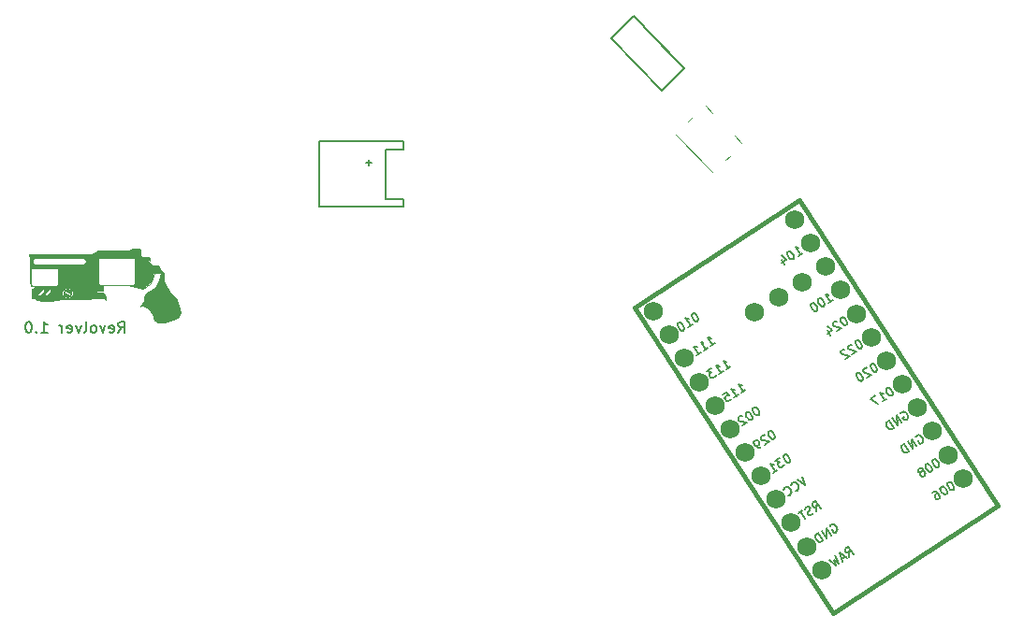
<source format=gbr>
%TF.GenerationSoftware,KiCad,Pcbnew,9.0.0*%
%TF.CreationDate,2025-02-26T19:39:31-08:00*%
%TF.ProjectId,revolver_reversible,7265766f-6c76-4657-925f-726576657273,v1.0.0*%
%TF.SameCoordinates,Original*%
%TF.FileFunction,Legend,Bot*%
%TF.FilePolarity,Positive*%
%FSLAX46Y46*%
G04 Gerber Fmt 4.6, Leading zero omitted, Abs format (unit mm)*
G04 Created by KiCad (PCBNEW 9.0.0) date 2025-02-26 19:39:31*
%MOMM*%
%LPD*%
G01*
G04 APERTURE LIST*
%ADD10C,0.150000*%
%ADD11C,0.050000*%
%ADD12C,0.026458*%
%ADD13C,0.120000*%
%ADD14C,0.381000*%
%ADD15C,1.752600*%
G04 APERTURE END LIST*
D10*
X137591792Y-105369819D02*
X137925125Y-104893628D01*
X138163220Y-105369819D02*
X138163220Y-104369819D01*
X138163220Y-104369819D02*
X137782268Y-104369819D01*
X137782268Y-104369819D02*
X137687030Y-104417438D01*
X137687030Y-104417438D02*
X137639411Y-104465057D01*
X137639411Y-104465057D02*
X137591792Y-104560295D01*
X137591792Y-104560295D02*
X137591792Y-104703152D01*
X137591792Y-104703152D02*
X137639411Y-104798390D01*
X137639411Y-104798390D02*
X137687030Y-104846009D01*
X137687030Y-104846009D02*
X137782268Y-104893628D01*
X137782268Y-104893628D02*
X138163220Y-104893628D01*
X136782268Y-105322200D02*
X136877506Y-105369819D01*
X136877506Y-105369819D02*
X137067982Y-105369819D01*
X137067982Y-105369819D02*
X137163220Y-105322200D01*
X137163220Y-105322200D02*
X137210839Y-105226961D01*
X137210839Y-105226961D02*
X137210839Y-104846009D01*
X137210839Y-104846009D02*
X137163220Y-104750771D01*
X137163220Y-104750771D02*
X137067982Y-104703152D01*
X137067982Y-104703152D02*
X136877506Y-104703152D01*
X136877506Y-104703152D02*
X136782268Y-104750771D01*
X136782268Y-104750771D02*
X136734649Y-104846009D01*
X136734649Y-104846009D02*
X136734649Y-104941247D01*
X136734649Y-104941247D02*
X137210839Y-105036485D01*
X136401315Y-104703152D02*
X136163220Y-105369819D01*
X136163220Y-105369819D02*
X135925125Y-104703152D01*
X135401315Y-105369819D02*
X135496553Y-105322200D01*
X135496553Y-105322200D02*
X135544172Y-105274580D01*
X135544172Y-105274580D02*
X135591791Y-105179342D01*
X135591791Y-105179342D02*
X135591791Y-104893628D01*
X135591791Y-104893628D02*
X135544172Y-104798390D01*
X135544172Y-104798390D02*
X135496553Y-104750771D01*
X135496553Y-104750771D02*
X135401315Y-104703152D01*
X135401315Y-104703152D02*
X135258458Y-104703152D01*
X135258458Y-104703152D02*
X135163220Y-104750771D01*
X135163220Y-104750771D02*
X135115601Y-104798390D01*
X135115601Y-104798390D02*
X135067982Y-104893628D01*
X135067982Y-104893628D02*
X135067982Y-105179342D01*
X135067982Y-105179342D02*
X135115601Y-105274580D01*
X135115601Y-105274580D02*
X135163220Y-105322200D01*
X135163220Y-105322200D02*
X135258458Y-105369819D01*
X135258458Y-105369819D02*
X135401315Y-105369819D01*
X134496553Y-105369819D02*
X134591791Y-105322200D01*
X134591791Y-105322200D02*
X134639410Y-105226961D01*
X134639410Y-105226961D02*
X134639410Y-104369819D01*
X134210838Y-104703152D02*
X133972743Y-105369819D01*
X133972743Y-105369819D02*
X133734648Y-104703152D01*
X132972743Y-105322200D02*
X133067981Y-105369819D01*
X133067981Y-105369819D02*
X133258457Y-105369819D01*
X133258457Y-105369819D02*
X133353695Y-105322200D01*
X133353695Y-105322200D02*
X133401314Y-105226961D01*
X133401314Y-105226961D02*
X133401314Y-104846009D01*
X133401314Y-104846009D02*
X133353695Y-104750771D01*
X133353695Y-104750771D02*
X133258457Y-104703152D01*
X133258457Y-104703152D02*
X133067981Y-104703152D01*
X133067981Y-104703152D02*
X132972743Y-104750771D01*
X132972743Y-104750771D02*
X132925124Y-104846009D01*
X132925124Y-104846009D02*
X132925124Y-104941247D01*
X132925124Y-104941247D02*
X133401314Y-105036485D01*
X132496552Y-105369819D02*
X132496552Y-104703152D01*
X132496552Y-104893628D02*
X132448933Y-104798390D01*
X132448933Y-104798390D02*
X132401314Y-104750771D01*
X132401314Y-104750771D02*
X132306076Y-104703152D01*
X132306076Y-104703152D02*
X132210838Y-104703152D01*
X130591790Y-105369819D02*
X131163218Y-105369819D01*
X130877504Y-105369819D02*
X130877504Y-104369819D01*
X130877504Y-104369819D02*
X130972742Y-104512676D01*
X130972742Y-104512676D02*
X131067980Y-104607914D01*
X131067980Y-104607914D02*
X131163218Y-104655533D01*
X130163218Y-105274580D02*
X130115599Y-105322200D01*
X130115599Y-105322200D02*
X130163218Y-105369819D01*
X130163218Y-105369819D02*
X130210837Y-105322200D01*
X130210837Y-105322200D02*
X130163218Y-105274580D01*
X130163218Y-105274580D02*
X130163218Y-105369819D01*
X129496552Y-104369819D02*
X129401314Y-104369819D01*
X129401314Y-104369819D02*
X129306076Y-104417438D01*
X129306076Y-104417438D02*
X129258457Y-104465057D01*
X129258457Y-104465057D02*
X129210838Y-104560295D01*
X129210838Y-104560295D02*
X129163219Y-104750771D01*
X129163219Y-104750771D02*
X129163219Y-104988866D01*
X129163219Y-104988866D02*
X129210838Y-105179342D01*
X129210838Y-105179342D02*
X129258457Y-105274580D01*
X129258457Y-105274580D02*
X129306076Y-105322200D01*
X129306076Y-105322200D02*
X129401314Y-105369819D01*
X129401314Y-105369819D02*
X129496552Y-105369819D01*
X129496552Y-105369819D02*
X129591790Y-105322200D01*
X129591790Y-105322200D02*
X129639409Y-105274580D01*
X129639409Y-105274580D02*
X129687028Y-105179342D01*
X129687028Y-105179342D02*
X129734647Y-104988866D01*
X129734647Y-104988866D02*
X129734647Y-104750771D01*
X129734647Y-104750771D02*
X129687028Y-104560295D01*
X129687028Y-104560295D02*
X129639409Y-104465057D01*
X129639409Y-104465057D02*
X129591790Y-104417438D01*
X129591790Y-104417438D02*
X129496552Y-104369819D01*
D11*
X140410990Y-98752387D02*
X140405000Y-98771385D01*
X140398576Y-98790692D01*
X140391741Y-98810192D01*
X140323528Y-98999896D01*
X140471426Y-99151359D01*
X140497302Y-99177770D01*
X140520354Y-99200878D01*
X140541108Y-99220864D01*
X140560088Y-99237911D01*
X140569078Y-99245389D01*
X140577821Y-99252201D01*
X140586384Y-99258370D01*
X140594831Y-99263918D01*
X140603230Y-99268868D01*
X140611645Y-99273243D01*
X140620141Y-99277066D01*
X140628786Y-99280359D01*
X140637643Y-99283146D01*
X140646780Y-99285449D01*
X140656261Y-99287291D01*
X140666153Y-99288695D01*
X140676521Y-99289684D01*
X140687430Y-99290280D01*
X140698946Y-99290506D01*
X140711136Y-99290386D01*
X140737796Y-99289195D01*
X140767937Y-99286891D01*
X140840757Y-99279672D01*
X140891551Y-99275287D01*
X140938556Y-99273274D01*
X140982045Y-99273797D01*
X141022291Y-99277019D01*
X141041282Y-99279693D01*
X141059565Y-99283102D01*
X141077174Y-99287269D01*
X141094141Y-99292212D01*
X141110503Y-99297952D01*
X141126291Y-99304510D01*
X141141542Y-99311906D01*
X141156288Y-99320160D01*
X141170563Y-99329294D01*
X141184403Y-99339326D01*
X141197840Y-99350279D01*
X141210909Y-99362171D01*
X141223644Y-99375025D01*
X141236080Y-99388859D01*
X141248249Y-99403694D01*
X141260186Y-99419552D01*
X141283501Y-99454414D01*
X141306298Y-99493608D01*
X141328848Y-99537298D01*
X141351424Y-99585647D01*
X141361131Y-99606449D01*
X141371967Y-99628009D01*
X141383814Y-99650157D01*
X141396557Y-99672726D01*
X141410081Y-99695546D01*
X141424270Y-99718449D01*
X141454178Y-99763827D01*
X141485357Y-99807510D01*
X141501133Y-99828293D01*
X141516879Y-99848146D01*
X141532480Y-99866900D01*
X141547819Y-99884386D01*
X141562781Y-99900435D01*
X141577250Y-99914878D01*
X141601422Y-99938116D01*
X141622582Y-99958969D01*
X141640932Y-99978112D01*
X141649115Y-99987256D01*
X141656670Y-99996226D01*
X141663622Y-100005107D01*
X141669997Y-100013986D01*
X141675820Y-100022945D01*
X141681115Y-100032070D01*
X141685907Y-100041445D01*
X141690222Y-100051156D01*
X141694085Y-100061286D01*
X141697521Y-100071921D01*
X141700554Y-100083146D01*
X141703210Y-100095044D01*
X141705514Y-100107701D01*
X141707490Y-100121201D01*
X141709165Y-100135629D01*
X141710563Y-100151070D01*
X141711708Y-100167608D01*
X141712627Y-100185329D01*
X141713884Y-100224655D01*
X141714533Y-100269725D01*
X141714813Y-100379810D01*
X141714813Y-100712968D01*
X141972781Y-101197900D01*
X142046467Y-101333684D01*
X142114704Y-101452989D01*
X142180249Y-101559756D01*
X142212872Y-101609670D01*
X142245856Y-101657926D01*
X142279544Y-101705018D01*
X142314280Y-101751438D01*
X142350410Y-101797678D01*
X142388278Y-101844232D01*
X142470603Y-101940250D01*
X142564011Y-102043430D01*
X142682483Y-102172083D01*
X142730761Y-102226252D01*
X142772937Y-102276165D01*
X142809914Y-102323710D01*
X142826735Y-102347184D01*
X142842595Y-102370774D01*
X142857607Y-102394715D01*
X142871883Y-102419244D01*
X142885536Y-102444596D01*
X142898680Y-102471008D01*
X142911426Y-102498715D01*
X142923889Y-102527954D01*
X142948413Y-102591967D01*
X142973155Y-102664937D01*
X142999017Y-102748750D01*
X143026903Y-102845293D01*
X143057715Y-102956454D01*
X143131729Y-103230180D01*
X143216065Y-103542823D01*
X143131006Y-103707981D01*
X143101962Y-103762502D01*
X143073089Y-103812537D01*
X143043887Y-103858465D01*
X143013852Y-103900664D01*
X142998366Y-103920482D01*
X142982483Y-103939510D01*
X142966142Y-103957794D01*
X142949279Y-103975382D01*
X142931831Y-103992321D01*
X142913736Y-104008658D01*
X142894931Y-104024440D01*
X142875354Y-104039715D01*
X142854941Y-104054530D01*
X142833630Y-104068932D01*
X142811357Y-104082967D01*
X142788062Y-104096685D01*
X142738148Y-104123353D01*
X142683387Y-104149313D01*
X142623277Y-104174943D01*
X142557315Y-104200621D01*
X142485000Y-104226725D01*
X142405830Y-104253632D01*
X142236758Y-104308444D01*
X142075327Y-104358604D01*
X141939828Y-104398562D01*
X141887519Y-104412982D01*
X141848551Y-104422770D01*
X141811492Y-104429902D01*
X141764653Y-104436708D01*
X141709935Y-104443027D01*
X141649241Y-104448700D01*
X141584474Y-104453567D01*
X141517536Y-104457469D01*
X141450329Y-104460245D01*
X141384755Y-104461735D01*
X141073870Y-104465614D01*
X140939253Y-104316578D01*
X140922150Y-104297063D01*
X140905910Y-104277319D01*
X140890509Y-104257302D01*
X140875925Y-104236967D01*
X140862134Y-104216267D01*
X140849115Y-104195158D01*
X140836844Y-104173595D01*
X140825299Y-104151532D01*
X140814456Y-104128923D01*
X140804293Y-104105724D01*
X140794787Y-104081889D01*
X140785916Y-104057372D01*
X140777656Y-104032129D01*
X140769985Y-104006115D01*
X140762880Y-103979282D01*
X140756318Y-103951588D01*
X140750575Y-103928259D01*
X140743385Y-103902977D01*
X140734853Y-103875984D01*
X140725086Y-103847522D01*
X140702267Y-103787158D01*
X140675776Y-103723821D01*
X140646460Y-103659448D01*
X140615165Y-103595975D01*
X140582739Y-103535337D01*
X140566365Y-103506687D01*
X140550026Y-103479472D01*
X140524325Y-103438212D01*
X140500452Y-103401006D01*
X140477927Y-103367419D01*
X140456268Y-103337014D01*
X140434991Y-103309354D01*
X140413614Y-103284003D01*
X140391657Y-103260523D01*
X140368635Y-103238479D01*
X140344067Y-103217434D01*
X140317471Y-103196950D01*
X140288365Y-103176593D01*
X140256266Y-103155924D01*
X140220692Y-103134508D01*
X140181161Y-103111908D01*
X140137190Y-103087687D01*
X140088298Y-103061408D01*
X140025743Y-103029068D01*
X139964438Y-102999251D01*
X139905935Y-102972586D01*
X139851786Y-102949700D01*
X139803542Y-102931221D01*
X139762757Y-102917776D01*
X139745646Y-102913137D01*
X139730981Y-102909992D01*
X139718957Y-102908419D01*
X139709768Y-102908497D01*
X139706281Y-102909095D01*
X139702568Y-102910065D01*
X139698639Y-102911395D01*
X139694506Y-102913071D01*
X139690179Y-102915081D01*
X139685668Y-102917410D01*
X139680986Y-102920047D01*
X139676142Y-102922978D01*
X139671147Y-102926189D01*
X139666012Y-102929667D01*
X139660748Y-102933400D01*
X139655367Y-102937375D01*
X139649877Y-102941577D01*
X139644291Y-102945994D01*
X139638620Y-102950613D01*
X139632873Y-102955421D01*
X139621763Y-102965113D01*
X139610502Y-102975487D01*
X139599122Y-102986507D01*
X139587650Y-102998142D01*
X139576118Y-103010357D01*
X139564556Y-103023118D01*
X139552992Y-103036391D01*
X139541458Y-103050144D01*
X139582489Y-102987409D01*
X139653952Y-102878836D01*
X139718321Y-102779151D01*
X139774952Y-102689422D01*
X139823204Y-102610718D01*
X139862434Y-102544106D01*
X139892001Y-102490653D01*
X139911261Y-102451427D01*
X139916826Y-102437483D01*
X139919574Y-102427496D01*
X139924477Y-102393787D01*
X139932769Y-102332686D01*
X139954869Y-102163015D01*
X139975552Y-102004946D01*
X139982316Y-101956398D01*
X139985358Y-101938017D01*
X140103090Y-101863490D01*
X140383267Y-101687179D01*
X140779108Y-101438407D01*
X140951294Y-101195890D01*
X140987710Y-101143729D01*
X141025217Y-101088389D01*
X141062742Y-101031561D01*
X141099210Y-100974931D01*
X141133548Y-100920190D01*
X141164680Y-100869026D01*
X141191535Y-100823128D01*
X141213036Y-100784184D01*
X141302539Y-100614942D01*
X141334217Y-100372425D01*
X141365843Y-100129856D01*
X141441601Y-100069497D01*
X141461052Y-100053693D01*
X141477557Y-100039532D01*
X141484680Y-100033035D01*
X141491036Y-100026909D01*
X141496616Y-100021142D01*
X141501409Y-100015720D01*
X141505405Y-100010632D01*
X141508596Y-100005862D01*
X141510970Y-100001400D01*
X141512518Y-99997231D01*
X141513230Y-99993342D01*
X141513096Y-99989721D01*
X141512709Y-99988007D01*
X141512106Y-99986355D01*
X141510250Y-99983231D01*
X141507518Y-99980335D01*
X141503900Y-99977655D01*
X141499387Y-99975177D01*
X141493968Y-99972889D01*
X141487633Y-99970778D01*
X141480373Y-99968831D01*
X141472178Y-99967034D01*
X141463037Y-99965375D01*
X141452940Y-99963840D01*
X141441878Y-99962417D01*
X141416819Y-99959855D01*
X141387780Y-99957583D01*
X141354681Y-99955499D01*
X141281015Y-99952118D01*
X141192054Y-99949349D01*
X141099011Y-99947472D01*
X141013099Y-99946769D01*
X140822568Y-99946717D01*
X140759316Y-100193318D01*
X140739413Y-100269628D01*
X140721689Y-100333513D01*
X140704560Y-100389199D01*
X140695724Y-100415289D01*
X140686444Y-100440914D01*
X140676521Y-100466604D01*
X140665758Y-100492886D01*
X140640920Y-100549341D01*
X140610346Y-100614509D01*
X140572454Y-100692616D01*
X140448792Y-100945313D01*
X140152996Y-101157704D01*
X139857251Y-101370094D01*
X139185820Y-101212274D01*
X138514336Y-101054505D01*
X137342315Y-101054705D01*
X136170241Y-101054905D01*
X136166571Y-101315096D01*
X136162901Y-101575236D01*
X135882453Y-101578855D01*
X135602057Y-101582525D01*
X135602057Y-101649807D01*
X135602057Y-101717143D01*
X135886174Y-101717143D01*
X136170343Y-101717143D01*
X136241122Y-101782929D01*
X136261190Y-101801582D01*
X136352089Y-101886021D01*
X136407176Y-102129261D01*
X136427250Y-102214329D01*
X136447720Y-102295263D01*
X136467348Y-102368412D01*
X136484897Y-102430122D01*
X136477493Y-102412952D01*
X136470188Y-102396624D01*
X136462989Y-102381198D01*
X136455905Y-102366737D01*
X136448944Y-102353304D01*
X136442114Y-102340961D01*
X136435423Y-102329769D01*
X136428879Y-102319792D01*
X136424184Y-102313195D01*
X136421861Y-102310080D01*
X136419555Y-102307093D01*
X136417266Y-102304237D01*
X136414996Y-102301515D01*
X136412745Y-102298931D01*
X136410513Y-102296489D01*
X136408302Y-102294192D01*
X136406111Y-102292044D01*
X136403941Y-102290048D01*
X136401793Y-102288209D01*
X136399667Y-102286529D01*
X136397564Y-102285012D01*
X136395485Y-102283662D01*
X136393429Y-102282482D01*
X136383286Y-102278341D01*
X136369169Y-102274597D01*
X136351226Y-102271256D01*
X136329602Y-102268322D01*
X136304445Y-102265798D01*
X136275900Y-102263691D01*
X136244115Y-102262003D01*
X136209235Y-102260739D01*
X136130776Y-102259500D01*
X136041696Y-102260010D01*
X135943166Y-102262302D01*
X135836358Y-102266412D01*
X135748973Y-102269102D01*
X135475346Y-102269102D01*
X135470635Y-102272773D01*
X135466965Y-102275687D01*
X135465449Y-102276925D01*
X135464391Y-102277831D01*
X134739565Y-102297850D01*
X133840667Y-102317726D01*
X133310765Y-102329534D01*
X132906460Y-102341601D01*
X132638880Y-102341601D01*
X132572010Y-102354313D01*
X132477183Y-102359838D01*
X132392823Y-102365772D01*
X132317816Y-102372175D01*
X132251046Y-102379107D01*
X132191398Y-102386629D01*
X132137756Y-102394799D01*
X132089006Y-102403679D01*
X132044031Y-102413328D01*
X132000830Y-102422882D01*
X131957675Y-102431466D01*
X131913912Y-102439116D01*
X131868890Y-102445866D01*
X131821955Y-102451750D01*
X131772456Y-102456804D01*
X131719740Y-102461063D01*
X131663155Y-102464559D01*
X131602048Y-102467330D01*
X131535766Y-102469408D01*
X131385071Y-102471629D01*
X131205849Y-102471498D01*
X130992881Y-102469293D01*
X130554638Y-102461871D01*
X130418477Y-102456770D01*
X130325930Y-102449317D01*
X130293271Y-102444374D01*
X130268227Y-102438443D01*
X130249702Y-102431391D01*
X130236600Y-102423082D01*
X130227824Y-102413384D01*
X130222279Y-102402164D01*
X130216494Y-102374621D01*
X130215440Y-102367777D01*
X130214258Y-102361299D01*
X130212918Y-102355176D01*
X130211390Y-102349396D01*
X130209642Y-102343947D01*
X130207644Y-102338817D01*
X130205365Y-102333995D01*
X130202776Y-102329469D01*
X130199845Y-102325226D01*
X130196543Y-102321257D01*
X130192838Y-102317547D01*
X130188700Y-102314087D01*
X130184099Y-102310864D01*
X130179003Y-102307866D01*
X130173383Y-102305082D01*
X130167209Y-102302500D01*
X130160448Y-102300108D01*
X130153072Y-102297895D01*
X130145049Y-102295848D01*
X130136349Y-102293956D01*
X130126942Y-102292208D01*
X130116796Y-102290591D01*
X130105882Y-102289094D01*
X130094169Y-102287704D01*
X130068223Y-102285203D01*
X130038714Y-102282993D01*
X130005399Y-102280980D01*
X129968033Y-102279070D01*
X129731562Y-102267753D01*
X129731562Y-101897177D01*
X130274082Y-101897177D01*
X130274162Y-101903696D01*
X130274557Y-101910175D01*
X130275268Y-101916600D01*
X130276297Y-101922960D01*
X130277643Y-101929243D01*
X130279307Y-101935437D01*
X130281291Y-101941530D01*
X130283595Y-101947509D01*
X130286219Y-101953364D01*
X130289164Y-101959081D01*
X130292432Y-101964650D01*
X130296022Y-101970057D01*
X130299936Y-101975291D01*
X130304175Y-101980340D01*
X130308738Y-101985192D01*
X130313567Y-101989780D01*
X130318595Y-101994043D01*
X130323809Y-101997983D01*
X130329199Y-102001601D01*
X130334751Y-102004897D01*
X130340453Y-102007871D01*
X130346294Y-102010525D01*
X130352262Y-102012859D01*
X130358345Y-102014874D01*
X130364530Y-102016570D01*
X130370806Y-102017948D01*
X130377161Y-102019009D01*
X130383582Y-102019753D01*
X130390058Y-102020181D01*
X130396577Y-102020294D01*
X130403127Y-102020092D01*
X130409695Y-102019576D01*
X130416271Y-102018747D01*
X130422841Y-102017605D01*
X130429393Y-102016151D01*
X130435917Y-102014385D01*
X130442399Y-102012309D01*
X130448828Y-102009922D01*
X130455192Y-102007226D01*
X130461479Y-102004222D01*
X130467677Y-102000909D01*
X130473773Y-101997289D01*
X130479756Y-101993362D01*
X130485615Y-101989128D01*
X130491336Y-101984590D01*
X130496908Y-101979746D01*
X130502318Y-101974598D01*
X130576501Y-101900771D01*
X130898797Y-101900771D01*
X130898876Y-101907288D01*
X130899271Y-101913764D01*
X130899983Y-101920186D01*
X130901011Y-101926544D01*
X130902358Y-101932825D01*
X130904022Y-101939017D01*
X130906006Y-101945107D01*
X130908310Y-101951085D01*
X130910934Y-101956938D01*
X130913880Y-101962654D01*
X130917148Y-101968221D01*
X130920738Y-101973627D01*
X130924652Y-101978861D01*
X130928891Y-101983909D01*
X130933454Y-101988761D01*
X130938283Y-101993349D01*
X130943310Y-101997612D01*
X130948524Y-102001553D01*
X130953913Y-102005171D01*
X130959463Y-102008467D01*
X130965164Y-102011441D01*
X130971004Y-102014095D01*
X130976970Y-102016429D01*
X130983051Y-102018444D01*
X130989234Y-102020140D01*
X130995508Y-102021518D01*
X131001861Y-102022579D01*
X131008280Y-102023323D01*
X131014754Y-102023751D01*
X131021270Y-102023864D01*
X131027817Y-102023662D01*
X131034383Y-102023146D01*
X131040956Y-102022317D01*
X131047524Y-102021175D01*
X131054074Y-102019721D01*
X131060595Y-102017955D01*
X131067076Y-102015879D01*
X131073503Y-102013492D01*
X131079865Y-102010797D01*
X131086150Y-102007792D01*
X131092346Y-102004479D01*
X131098441Y-102000859D01*
X131104423Y-101996932D01*
X131110280Y-101992699D01*
X131116001Y-101988160D01*
X131121572Y-101983316D01*
X131126983Y-101978169D01*
X131323196Y-101782929D01*
X132480388Y-101782929D01*
X132480999Y-101807572D01*
X132482820Y-101832047D01*
X132485834Y-101856314D01*
X132490025Y-101880332D01*
X132495376Y-101904060D01*
X132501869Y-101927459D01*
X132509488Y-101950486D01*
X132518215Y-101973101D01*
X132528036Y-101995264D01*
X132538931Y-102016934D01*
X132550884Y-102038070D01*
X132563880Y-102058631D01*
X132577899Y-102078577D01*
X132592927Y-102097866D01*
X132608945Y-102116459D01*
X132625937Y-102134315D01*
X132643793Y-102151307D01*
X132662387Y-102167324D01*
X132681677Y-102182351D01*
X132701624Y-102196370D01*
X132722185Y-102209364D01*
X132743321Y-102221317D01*
X132764991Y-102232211D01*
X132787154Y-102242030D01*
X132809769Y-102250757D01*
X132832796Y-102258375D01*
X132856194Y-102264868D01*
X132879922Y-102270217D01*
X132903939Y-102274407D01*
X132928205Y-102277420D01*
X132952679Y-102279240D01*
X132977320Y-102279850D01*
X133001959Y-102279240D01*
X133026431Y-102277420D01*
X133050695Y-102274406D01*
X133074711Y-102270215D01*
X133098438Y-102264865D01*
X133121834Y-102258373D01*
X133144860Y-102250754D01*
X133167474Y-102242027D01*
X133189637Y-102232207D01*
X133211306Y-102221312D01*
X133232441Y-102209359D01*
X133253002Y-102196364D01*
X133272948Y-102182344D01*
X133292238Y-102167317D01*
X133310831Y-102151299D01*
X133328687Y-102134307D01*
X133345679Y-102116452D01*
X133361697Y-102097858D01*
X133376724Y-102078568D01*
X133390744Y-102058622D01*
X133403739Y-102038061D01*
X133415692Y-102016926D01*
X133426587Y-101995256D01*
X133436406Y-101973093D01*
X133445134Y-101950478D01*
X133452753Y-101927452D01*
X133459245Y-101904054D01*
X133464595Y-101880327D01*
X133468786Y-101856310D01*
X133471799Y-101832044D01*
X133473620Y-101807570D01*
X133474230Y-101782929D01*
X133473583Y-101757363D01*
X133471665Y-101732133D01*
X133468505Y-101707269D01*
X133464135Y-101682803D01*
X133458587Y-101658766D01*
X133451892Y-101635189D01*
X133444080Y-101612104D01*
X133435183Y-101589542D01*
X133425233Y-101567533D01*
X133414260Y-101546110D01*
X133402296Y-101525304D01*
X133389372Y-101505144D01*
X133375519Y-101485664D01*
X133360768Y-101466894D01*
X133345151Y-101448865D01*
X133328699Y-101431609D01*
X133311443Y-101415157D01*
X133293414Y-101399539D01*
X133274643Y-101384788D01*
X133255162Y-101370935D01*
X133235002Y-101358010D01*
X133214195Y-101346045D01*
X133192770Y-101335071D01*
X133170760Y-101325119D01*
X133148196Y-101316221D01*
X133125109Y-101308408D01*
X133101530Y-101301711D01*
X133077490Y-101296162D01*
X133053021Y-101291791D01*
X133028154Y-101288629D01*
X133002920Y-101286709D01*
X132977350Y-101286060D01*
X132977309Y-101286060D01*
X132951739Y-101286707D01*
X132926505Y-101288625D01*
X132901638Y-101291784D01*
X132877169Y-101296153D01*
X132853129Y-101301701D01*
X132829549Y-101308396D01*
X132806461Y-101316207D01*
X132783896Y-101325104D01*
X132761885Y-101335053D01*
X132740460Y-101346026D01*
X132719651Y-101357989D01*
X132699490Y-101370913D01*
X132680008Y-101384766D01*
X132661236Y-101399516D01*
X132643206Y-101415133D01*
X132625949Y-101431584D01*
X132609495Y-101448840D01*
X132593876Y-101466869D01*
X132579124Y-101485639D01*
X132565270Y-101505120D01*
X132552344Y-101525279D01*
X132543349Y-101540920D01*
X132540378Y-101546087D01*
X132529403Y-101567511D01*
X132519451Y-101589521D01*
X132510553Y-101612085D01*
X132502739Y-101635172D01*
X132496042Y-101658750D01*
X132490491Y-101682790D01*
X132486120Y-101707259D01*
X132482958Y-101732126D01*
X132481037Y-101757360D01*
X132480388Y-101782929D01*
X131323196Y-101782929D01*
X131460399Y-101646406D01*
X131465574Y-101641021D01*
X131470446Y-101635474D01*
X131475013Y-101629776D01*
X131479276Y-101623940D01*
X131483233Y-101617977D01*
X131486884Y-101611900D01*
X131490228Y-101605721D01*
X131493265Y-101599451D01*
X131495993Y-101593102D01*
X131498412Y-101586687D01*
X131500521Y-101580217D01*
X131502320Y-101573704D01*
X131503807Y-101567161D01*
X131504983Y-101560599D01*
X131505846Y-101554030D01*
X131506395Y-101547467D01*
X131506631Y-101540920D01*
X131506551Y-101534403D01*
X131506156Y-101527927D01*
X131505445Y-101521504D01*
X131504416Y-101515147D01*
X131503070Y-101508866D01*
X131501405Y-101502674D01*
X131499422Y-101496583D01*
X131497118Y-101490605D01*
X131494494Y-101484753D01*
X131491548Y-101479037D01*
X131488280Y-101473469D01*
X131484690Y-101468063D01*
X131480776Y-101462830D01*
X131476538Y-101457781D01*
X131471975Y-101452929D01*
X131467146Y-101448341D01*
X131462119Y-101444077D01*
X131456905Y-101440135D01*
X131451517Y-101436515D01*
X131445967Y-101433217D01*
X131440266Y-101430240D01*
X131434427Y-101427583D01*
X131428461Y-101425246D01*
X131422381Y-101423228D01*
X131416198Y-101421529D01*
X131409924Y-101420148D01*
X131403572Y-101419085D01*
X131397153Y-101418338D01*
X131390679Y-101417908D01*
X131384162Y-101417794D01*
X131377614Y-101417996D01*
X131377613Y-101417996D01*
X131371046Y-101418511D01*
X131364473Y-101419341D01*
X131357905Y-101420484D01*
X131351354Y-101421940D01*
X131344833Y-101423708D01*
X131338352Y-101425788D01*
X131331925Y-101428177D01*
X131325563Y-101430876D01*
X131319278Y-101433884D01*
X131313082Y-101437200D01*
X131306987Y-101440824D01*
X131301005Y-101444754D01*
X131295148Y-101448989D01*
X131289428Y-101453530D01*
X131283856Y-101458375D01*
X131278446Y-101463523D01*
X131204303Y-101537298D01*
X130945029Y-101795286D01*
X130939854Y-101800671D01*
X130934983Y-101806218D01*
X130930415Y-101811916D01*
X130926152Y-101817752D01*
X130922195Y-101823714D01*
X130918544Y-101829791D01*
X130915199Y-101835971D01*
X130912163Y-101842241D01*
X130909435Y-101848590D01*
X130907016Y-101855005D01*
X130904906Y-101861475D01*
X130903108Y-101867987D01*
X130901620Y-101874530D01*
X130900444Y-101881092D01*
X130899582Y-101887661D01*
X130899032Y-101894224D01*
X130898797Y-101900771D01*
X130576501Y-101900771D01*
X130835735Y-101642782D01*
X130840910Y-101637397D01*
X130845781Y-101631850D01*
X130850349Y-101626152D01*
X130854612Y-101620316D01*
X130858569Y-101614354D01*
X130862220Y-101608277D01*
X130865564Y-101602098D01*
X130868601Y-101595828D01*
X130871329Y-101589479D01*
X130873748Y-101583064D01*
X130875857Y-101576594D01*
X130877656Y-101570081D01*
X130879144Y-101563538D01*
X130880319Y-101556976D01*
X130881182Y-101550408D01*
X130881732Y-101543844D01*
X130881967Y-101537298D01*
X130881887Y-101530781D01*
X130881492Y-101524305D01*
X130880781Y-101517882D01*
X130879752Y-101511524D01*
X130878406Y-101505243D01*
X130876742Y-101499052D01*
X130874758Y-101492961D01*
X130872454Y-101486983D01*
X130869830Y-101481130D01*
X130866884Y-101475414D01*
X130863617Y-101469847D01*
X130860026Y-101464441D01*
X130856112Y-101459207D01*
X130851874Y-101454159D01*
X130847310Y-101449307D01*
X130842481Y-101444719D01*
X130837452Y-101440456D01*
X130832236Y-101436517D01*
X130826845Y-101432901D01*
X130821290Y-101429606D01*
X130815585Y-101426633D01*
X130809741Y-101423981D01*
X130803771Y-101421649D01*
X130797685Y-101419636D01*
X130791498Y-101417941D01*
X130785220Y-101416565D01*
X130778863Y-101415505D01*
X130772441Y-101414762D01*
X130765964Y-101414335D01*
X130759445Y-101414223D01*
X130752897Y-101414425D01*
X130746330Y-101414940D01*
X130739757Y-101415768D01*
X130733189Y-101416909D01*
X130726638Y-101418362D01*
X130720117Y-101420126D01*
X130713637Y-101422201D01*
X130707210Y-101424585D01*
X130700848Y-101427280D01*
X130694563Y-101430283D01*
X130688367Y-101433594D01*
X130682272Y-101437213D01*
X130676289Y-101441139D01*
X130670432Y-101445372D01*
X130664712Y-101449910D01*
X130659140Y-101454753D01*
X130653730Y-101459901D01*
X130320313Y-101791663D01*
X130315138Y-101797048D01*
X130310267Y-101802596D01*
X130305700Y-101808294D01*
X130301437Y-101814131D01*
X130297480Y-101820095D01*
X130293829Y-101826173D01*
X130290485Y-101832354D01*
X130287448Y-101838626D01*
X130284720Y-101844977D01*
X130282301Y-101851394D01*
X130280192Y-101857866D01*
X130278393Y-101864381D01*
X130276906Y-101870927D01*
X130275730Y-101877491D01*
X130274867Y-101884062D01*
X130274318Y-101890628D01*
X130274082Y-101897177D01*
X129731562Y-101897177D01*
X129731562Y-101828195D01*
X129731562Y-101388583D01*
X129855739Y-101376646D01*
X129870163Y-101374930D01*
X129884182Y-101372612D01*
X129897770Y-101369709D01*
X129910897Y-101366235D01*
X129923535Y-101362206D01*
X129935656Y-101357638D01*
X129947231Y-101352546D01*
X129958231Y-101346947D01*
X129968629Y-101340856D01*
X129978395Y-101334287D01*
X129987501Y-101327258D01*
X129995919Y-101319784D01*
X130003620Y-101311880D01*
X130010576Y-101303562D01*
X130016758Y-101294845D01*
X130022138Y-101285746D01*
X130026693Y-101276778D01*
X130030603Y-101268104D01*
X130033865Y-101259724D01*
X130036478Y-101251636D01*
X130038443Y-101243839D01*
X130039757Y-101236334D01*
X130040420Y-101229118D01*
X130040432Y-101222192D01*
X130039790Y-101215554D01*
X130038494Y-101209205D01*
X130036544Y-101203142D01*
X130033938Y-101197365D01*
X130030674Y-101191874D01*
X130026753Y-101186667D01*
X130022174Y-101181745D01*
X130016934Y-101177105D01*
X130011035Y-101172748D01*
X130004473Y-101168672D01*
X129997249Y-101164878D01*
X129989362Y-101161363D01*
X129980810Y-101158127D01*
X129971592Y-101155170D01*
X129961709Y-101152491D01*
X129951158Y-101150088D01*
X129939939Y-101147961D01*
X129928050Y-101146110D01*
X129915492Y-101144534D01*
X129902262Y-101143231D01*
X129888361Y-101142201D01*
X129873786Y-101141443D01*
X129842614Y-101140742D01*
X129823816Y-101140531D01*
X129806060Y-101139990D01*
X129789311Y-101138980D01*
X129773535Y-101137357D01*
X129758697Y-101134982D01*
X129744764Y-101131712D01*
X129738125Y-101129698D01*
X129731699Y-101127407D01*
X129725482Y-101124822D01*
X129719469Y-101121924D01*
X129713657Y-101118698D01*
X129708040Y-101115124D01*
X129702614Y-101111185D01*
X129697376Y-101106863D01*
X129692320Y-101102142D01*
X129687443Y-101097002D01*
X129682740Y-101091427D01*
X129678207Y-101085398D01*
X129673839Y-101078899D01*
X129669632Y-101071911D01*
X129665583Y-101064417D01*
X129661685Y-101056399D01*
X129657937Y-101047839D01*
X129654332Y-101038720D01*
X129647536Y-101018734D01*
X129649701Y-101023495D01*
X129652029Y-101028161D01*
X129654517Y-101032729D01*
X129657162Y-101037196D01*
X129659959Y-101041556D01*
X129662906Y-101045808D01*
X129665998Y-101049947D01*
X129669232Y-101053969D01*
X129672604Y-101057870D01*
X129676111Y-101061648D01*
X129679750Y-101065297D01*
X129683516Y-101068816D01*
X129687406Y-101072198D01*
X129691416Y-101075442D01*
X129695543Y-101078543D01*
X129699784Y-101081497D01*
X129704134Y-101084302D01*
X129708589Y-101086952D01*
X129713148Y-101089445D01*
X129717805Y-101091776D01*
X129722557Y-101093942D01*
X129727401Y-101095939D01*
X129732333Y-101097764D01*
X129737349Y-101099413D01*
X129742446Y-101100881D01*
X129747621Y-101102166D01*
X129752869Y-101103264D01*
X129758186Y-101104170D01*
X129763571Y-101104881D01*
X129769018Y-101105394D01*
X129774524Y-101105704D01*
X129780086Y-101105808D01*
X131986515Y-101105808D01*
X131993981Y-101105621D01*
X132001347Y-101105064D01*
X132008604Y-101104148D01*
X132015742Y-101102880D01*
X132022753Y-101101271D01*
X132029628Y-101099328D01*
X132036358Y-101097061D01*
X132042934Y-101094478D01*
X132049347Y-101091590D01*
X132055587Y-101088403D01*
X132061647Y-101084929D01*
X132067516Y-101081175D01*
X132073187Y-101077150D01*
X132078650Y-101072863D01*
X132083896Y-101068324D01*
X132088916Y-101063542D01*
X132093701Y-101058524D01*
X132098243Y-101053280D01*
X132102532Y-101047820D01*
X132106559Y-101042152D01*
X132110315Y-101036284D01*
X132113792Y-101030227D01*
X132116980Y-101023988D01*
X132119871Y-101017577D01*
X132122455Y-101011003D01*
X132124724Y-101004275D01*
X132126668Y-100997401D01*
X132128279Y-100990391D01*
X132129548Y-100983254D01*
X132130465Y-100975998D01*
X132131022Y-100968632D01*
X132131209Y-100961166D01*
X132131209Y-100850015D01*
X135737193Y-100850015D01*
X135737193Y-100887791D01*
X135737381Y-100895257D01*
X135737937Y-100902623D01*
X135738855Y-100909879D01*
X135740123Y-100917016D01*
X135741734Y-100924026D01*
X135743678Y-100930900D01*
X135745947Y-100937628D01*
X135748531Y-100944203D01*
X135751422Y-100950613D01*
X135754610Y-100956852D01*
X135758086Y-100962909D01*
X135761843Y-100968777D01*
X135765870Y-100974445D01*
X135770159Y-100979905D01*
X135774700Y-100985149D01*
X135779485Y-100990167D01*
X135784505Y-100994949D01*
X135789751Y-100999489D01*
X135795214Y-101003775D01*
X135800884Y-101007800D01*
X135806754Y-101011554D01*
X135812814Y-101015029D01*
X135819054Y-101018215D01*
X135825467Y-101021103D01*
X135832043Y-101023686D01*
X135838772Y-101025953D01*
X135845648Y-101027896D01*
X135852659Y-101029506D01*
X135859797Y-101030773D01*
X135867054Y-101031690D01*
X135874420Y-101032246D01*
X135881887Y-101032433D01*
X138513302Y-101032433D01*
X138966919Y-101032433D01*
X138974385Y-101032246D01*
X138981751Y-101031690D01*
X138989007Y-101030773D01*
X138996145Y-101029506D01*
X139003155Y-101027896D01*
X139010029Y-101025953D01*
X139016757Y-101023686D01*
X139023331Y-101021103D01*
X139029742Y-101018215D01*
X139035981Y-101015029D01*
X139042038Y-101011554D01*
X139047906Y-101007800D01*
X139053574Y-101003775D01*
X139059034Y-100999489D01*
X139064278Y-100994949D01*
X139069295Y-100990167D01*
X139074078Y-100985149D01*
X139078617Y-100979905D01*
X139082903Y-100974445D01*
X139086928Y-100968777D01*
X139090682Y-100962909D01*
X139094157Y-100956852D01*
X139097343Y-100950613D01*
X139100232Y-100944203D01*
X139102814Y-100937628D01*
X139105081Y-100930900D01*
X139107024Y-100924026D01*
X139108633Y-100917016D01*
X139109901Y-100909879D01*
X139110817Y-100902623D01*
X139111374Y-100895257D01*
X139111561Y-100887791D01*
X139111561Y-98743788D01*
X139111374Y-98736321D01*
X139110817Y-98728955D01*
X139109901Y-98721698D01*
X139108633Y-98714560D01*
X139107024Y-98707548D01*
X139105081Y-98700673D01*
X139102814Y-98693943D01*
X139100232Y-98687368D01*
X139097343Y-98680955D01*
X139094157Y-98674714D01*
X139090682Y-98668655D01*
X139086928Y-98662785D01*
X139082903Y-98657115D01*
X139078617Y-98651652D01*
X139074078Y-98646406D01*
X139069295Y-98641386D01*
X139064278Y-98636601D01*
X139059034Y-98632059D01*
X139053574Y-98627770D01*
X139047906Y-98623743D01*
X139042038Y-98619987D01*
X139035981Y-98616510D01*
X139029742Y-98613322D01*
X139023331Y-98610431D01*
X139016757Y-98607847D01*
X139010029Y-98605578D01*
X139003155Y-98603634D01*
X138996145Y-98602023D01*
X138989007Y-98600755D01*
X138981751Y-98599837D01*
X138974385Y-98599281D01*
X138966919Y-98599093D01*
X138966918Y-98599091D01*
X135881887Y-98599091D01*
X135874420Y-98599279D01*
X135867054Y-98599836D01*
X135859797Y-98600753D01*
X135852659Y-98602022D01*
X135845648Y-98603632D01*
X135838772Y-98605577D01*
X135832043Y-98607845D01*
X135825467Y-98610430D01*
X135819054Y-98613320D01*
X135812814Y-98616508D01*
X135806754Y-98619985D01*
X135800884Y-98623742D01*
X135795214Y-98627769D01*
X135789751Y-98632058D01*
X135784505Y-98636599D01*
X135779485Y-98641384D01*
X135774700Y-98646404D01*
X135770159Y-98651650D01*
X135765870Y-98657113D01*
X135761843Y-98662784D01*
X135758086Y-98668653D01*
X135754610Y-98674713D01*
X135751422Y-98680954D01*
X135748531Y-98687366D01*
X135745947Y-98693942D01*
X135743678Y-98700672D01*
X135741734Y-98707547D01*
X135740123Y-98714558D01*
X135738855Y-98721697D01*
X135737937Y-98728953D01*
X135737381Y-98736320D01*
X135737193Y-98743786D01*
X135737193Y-98909048D01*
X135737193Y-100850015D01*
X132131209Y-100850015D01*
X132131209Y-99682795D01*
X132131022Y-99675329D01*
X132130465Y-99667963D01*
X132129548Y-99660706D01*
X132128279Y-99653567D01*
X132126668Y-99646556D01*
X132124724Y-99639681D01*
X132122455Y-99632951D01*
X132119871Y-99626375D01*
X132116980Y-99619963D01*
X132113792Y-99613722D01*
X132110315Y-99607662D01*
X132106559Y-99601793D01*
X132102532Y-99596122D01*
X132098243Y-99590659D01*
X132093701Y-99585413D01*
X132088916Y-99580393D01*
X132083896Y-99575608D01*
X132078650Y-99571067D01*
X132073187Y-99566778D01*
X132067516Y-99562751D01*
X132061647Y-99558994D01*
X132055587Y-99555518D01*
X132049347Y-99552329D01*
X132042934Y-99549439D01*
X132036358Y-99546855D01*
X132029628Y-99544586D01*
X132022753Y-99542642D01*
X132015742Y-99541031D01*
X132008604Y-99539762D01*
X132001347Y-99538845D01*
X131993981Y-99538288D01*
X131986515Y-99538101D01*
X129780086Y-99538101D01*
X129772620Y-99538288D01*
X129765254Y-99538845D01*
X129757997Y-99539762D01*
X129750858Y-99541031D01*
X129743847Y-99542641D01*
X129736972Y-99544586D01*
X129730242Y-99546854D01*
X129723666Y-99549438D01*
X129717254Y-99552329D01*
X129711013Y-99555517D01*
X129704954Y-99558994D01*
X129699084Y-99562750D01*
X129693413Y-99566777D01*
X129687950Y-99571066D01*
X129682705Y-99575608D01*
X129677685Y-99580393D01*
X129672899Y-99585413D01*
X129668358Y-99590659D01*
X129664069Y-99596121D01*
X129660042Y-99601792D01*
X129656286Y-99607662D01*
X129652809Y-99613721D01*
X129649620Y-99619962D01*
X129646730Y-99626375D01*
X129644146Y-99632950D01*
X129641877Y-99639680D01*
X129639933Y-99646556D01*
X129638322Y-99653567D01*
X129637053Y-99660705D01*
X129636136Y-99667962D01*
X129635579Y-99675329D01*
X129635392Y-99682795D01*
X129635392Y-100953416D01*
X129629447Y-100919565D01*
X129624067Y-100881701D01*
X129614843Y-100792742D01*
X129607400Y-100684154D01*
X129601417Y-100553552D01*
X129596573Y-100398551D01*
X129592549Y-100216766D01*
X129585679Y-99763308D01*
X129577243Y-99271951D01*
X129567702Y-98909048D01*
X129800347Y-98909048D01*
X129800738Y-98924362D01*
X129801900Y-98939470D01*
X129803813Y-98954353D01*
X129806459Y-98968994D01*
X129809819Y-98983373D01*
X129813875Y-98997473D01*
X129818608Y-99011275D01*
X129823999Y-99024760D01*
X129830029Y-99037911D01*
X129836680Y-99050709D01*
X129843933Y-99063135D01*
X129851770Y-99075172D01*
X129860171Y-99086801D01*
X129869119Y-99098003D01*
X129878593Y-99108760D01*
X129888577Y-99119054D01*
X129899050Y-99128867D01*
X129909995Y-99138179D01*
X129921392Y-99146973D01*
X129933223Y-99155231D01*
X129945469Y-99162933D01*
X129958112Y-99170062D01*
X129971133Y-99176599D01*
X129984513Y-99182526D01*
X129998233Y-99187825D01*
X130012276Y-99192476D01*
X130026621Y-99196463D01*
X130041251Y-99199766D01*
X130056146Y-99202366D01*
X130071289Y-99204247D01*
X130086660Y-99205389D01*
X130102240Y-99205773D01*
X134349732Y-99205773D01*
X134365313Y-99205389D01*
X134380684Y-99204247D01*
X134395826Y-99202366D01*
X134410722Y-99199766D01*
X134425351Y-99196463D01*
X134439697Y-99192476D01*
X134453739Y-99187825D01*
X134467460Y-99182526D01*
X134480839Y-99176599D01*
X134493860Y-99170062D01*
X134506503Y-99162933D01*
X134518750Y-99155231D01*
X134530581Y-99146973D01*
X134541978Y-99138179D01*
X134552922Y-99128867D01*
X134563396Y-99119054D01*
X134573379Y-99108760D01*
X134582854Y-99098003D01*
X134591801Y-99086801D01*
X134600202Y-99075172D01*
X134608039Y-99063135D01*
X134615292Y-99050709D01*
X134621943Y-99037911D01*
X134627974Y-99024760D01*
X134633364Y-99011275D01*
X134638097Y-98997473D01*
X134642153Y-98983373D01*
X134645513Y-98968994D01*
X134648159Y-98954353D01*
X134650073Y-98939470D01*
X134651234Y-98924362D01*
X134651626Y-98909048D01*
X134651234Y-98893734D01*
X134650073Y-98878626D01*
X134648159Y-98863742D01*
X134645513Y-98849102D01*
X134642153Y-98834722D01*
X134638097Y-98820622D01*
X134633364Y-98806820D01*
X134627974Y-98793335D01*
X134621943Y-98780184D01*
X134615292Y-98767386D01*
X134608039Y-98754959D01*
X134600202Y-98742922D01*
X134591801Y-98731294D01*
X134582854Y-98720091D01*
X134573379Y-98709334D01*
X134563396Y-98699040D01*
X134552922Y-98689228D01*
X134541978Y-98679915D01*
X134530581Y-98671121D01*
X134518750Y-98662864D01*
X134506503Y-98655161D01*
X134493860Y-98648032D01*
X134480839Y-98641495D01*
X134467460Y-98635568D01*
X134453739Y-98630269D01*
X134439697Y-98625618D01*
X134425351Y-98621631D01*
X134410722Y-98618329D01*
X134395826Y-98615728D01*
X134380684Y-98613847D01*
X134365313Y-98612706D01*
X134349732Y-98612321D01*
X130102240Y-98612321D01*
X130086660Y-98612706D01*
X130071289Y-98613847D01*
X130056146Y-98615728D01*
X130041251Y-98618329D01*
X130026621Y-98621631D01*
X130012276Y-98625618D01*
X129998233Y-98630269D01*
X129984513Y-98635568D01*
X129971133Y-98641495D01*
X129958112Y-98648032D01*
X129945469Y-98655161D01*
X129933223Y-98662864D01*
X129921392Y-98671121D01*
X129909995Y-98679915D01*
X129899050Y-98689228D01*
X129888577Y-98699040D01*
X129878593Y-98709334D01*
X129869119Y-98720091D01*
X129860171Y-98731294D01*
X129851770Y-98742922D01*
X129843933Y-98754959D01*
X129836680Y-98767386D01*
X129830029Y-98780184D01*
X129823999Y-98793335D01*
X129818608Y-98806820D01*
X129813875Y-98820622D01*
X129809819Y-98834722D01*
X129806459Y-98849102D01*
X129803813Y-98863742D01*
X129801900Y-98878626D01*
X129800738Y-98893734D01*
X129800347Y-98909048D01*
X129567702Y-98909048D01*
X129566198Y-98851841D01*
X129553977Y-98547588D01*
X129547873Y-98452849D01*
X129542013Y-98403803D01*
X129514521Y-98285775D01*
X130498853Y-98260455D01*
X131027976Y-98250621D01*
X131741006Y-98242569D01*
X133345191Y-98235133D01*
X135207196Y-98235133D01*
X135500357Y-98101550D01*
X135793517Y-97967913D01*
X137246297Y-97942385D01*
X138056860Y-97926279D01*
X138315319Y-97918394D01*
X138496143Y-97909364D01*
X138650087Y-97908663D01*
X138650087Y-97908613D01*
X138662542Y-97889131D01*
X138670828Y-97887084D01*
X138678497Y-97884973D01*
X138685579Y-97882794D01*
X138692099Y-97880543D01*
X138698086Y-97878217D01*
X138703568Y-97875813D01*
X138708571Y-97873327D01*
X138713124Y-97870756D01*
X138717254Y-97868096D01*
X138720989Y-97865343D01*
X138724356Y-97862496D01*
X138727384Y-97859549D01*
X138730099Y-97856500D01*
X138732529Y-97853345D01*
X138734702Y-97850080D01*
X138736646Y-97846703D01*
X138739748Y-97841190D01*
X138743025Y-97835964D01*
X138746516Y-97831020D01*
X138750264Y-97826350D01*
X138754311Y-97821946D01*
X138758698Y-97817801D01*
X138763466Y-97813907D01*
X138768658Y-97810257D01*
X138774314Y-97806844D01*
X138780477Y-97803660D01*
X138787188Y-97800697D01*
X138794488Y-97797948D01*
X138802420Y-97795406D01*
X138811024Y-97793064D01*
X138820343Y-97790913D01*
X138830417Y-97788946D01*
X138841289Y-97787157D01*
X138853000Y-97785537D01*
X138865592Y-97784079D01*
X138879106Y-97782775D01*
X138893584Y-97781619D01*
X138909068Y-97780602D01*
X138925599Y-97779717D01*
X138943218Y-97778957D01*
X138981889Y-97777782D01*
X139025413Y-97777016D01*
X139074124Y-97776600D01*
X139128354Y-97776475D01*
X139128355Y-97776403D01*
X139208800Y-97777180D01*
X139281471Y-97779477D01*
X139345906Y-97783241D01*
X139401644Y-97788420D01*
X139448222Y-97794961D01*
X139467932Y-97798727D01*
X139485179Y-97802813D01*
X139499905Y-97807215D01*
X139512053Y-97811924D01*
X139521565Y-97816935D01*
X139528383Y-97822241D01*
X139530797Y-97824958D01*
X139533173Y-97828236D01*
X139537803Y-97836410D01*
X139542251Y-97846633D01*
X139546497Y-97858781D01*
X139550521Y-97872724D01*
X139554303Y-97888337D01*
X139557821Y-97905492D01*
X139561055Y-97924062D01*
X139563986Y-97943921D01*
X139566592Y-97964940D01*
X139568853Y-97986993D01*
X139570749Y-98009953D01*
X139572259Y-98033693D01*
X139573363Y-98058086D01*
X139574041Y-98083004D01*
X139574271Y-98108322D01*
X139575048Y-98179628D01*
X139576164Y-98210361D01*
X139577894Y-98238246D01*
X139580336Y-98263608D01*
X139583587Y-98286772D01*
X139587742Y-98308063D01*
X139592899Y-98327805D01*
X139599156Y-98346324D01*
X139606608Y-98363944D01*
X139615353Y-98380989D01*
X139625488Y-98397786D01*
X139637109Y-98414657D01*
X139650314Y-98431929D01*
X139665199Y-98449926D01*
X139681862Y-98468972D01*
X139698803Y-98487715D01*
X139714244Y-98504256D01*
X139728366Y-98518667D01*
X139741348Y-98531018D01*
X139753370Y-98541379D01*
X139759078Y-98545835D01*
X139764613Y-98549821D01*
X139769999Y-98553344D01*
X139775257Y-98556414D01*
X139780410Y-98559040D01*
X139785481Y-98561230D01*
X139790492Y-98562993D01*
X139795466Y-98564338D01*
X139800425Y-98565274D01*
X139805392Y-98565809D01*
X139810389Y-98565953D01*
X139815438Y-98565714D01*
X139820563Y-98565101D01*
X139825786Y-98564123D01*
X139831129Y-98562789D01*
X139836615Y-98561107D01*
X139842266Y-98559087D01*
X139848105Y-98556736D01*
X139860436Y-98551082D01*
X139873788Y-98544213D01*
X139883539Y-98539755D01*
X139895150Y-98535768D01*
X139923411Y-98529166D01*
X139957492Y-98524328D01*
X139996312Y-98521175D01*
X140038789Y-98519626D01*
X140083844Y-98519603D01*
X140130396Y-98521025D01*
X140177364Y-98523813D01*
X140223667Y-98527888D01*
X140268224Y-98533171D01*
X140309956Y-98539581D01*
X140347782Y-98547039D01*
X140380620Y-98555465D01*
X140407390Y-98564781D01*
X140427012Y-98574906D01*
X140433804Y-98580247D01*
X140438405Y-98585761D01*
X140439418Y-98587794D01*
X140440243Y-98590291D01*
X140440880Y-98593239D01*
X140441335Y-98596623D01*
X140441706Y-98604644D01*
X140441380Y-98614237D01*
X140440380Y-98625288D01*
X140438730Y-98637682D01*
X140436454Y-98651305D01*
X140433576Y-98666040D01*
X140430119Y-98681773D01*
X140426109Y-98698389D01*
X140421568Y-98715774D01*
X140416520Y-98733811D01*
X140413550Y-98743788D01*
X140410990Y-98752387D01*
G36*
X140410990Y-98752387D02*
G01*
X140405000Y-98771385D01*
X140398576Y-98790692D01*
X140391741Y-98810192D01*
X140323528Y-98999896D01*
X140471426Y-99151359D01*
X140497302Y-99177770D01*
X140520354Y-99200878D01*
X140541108Y-99220864D01*
X140560088Y-99237911D01*
X140569078Y-99245389D01*
X140577821Y-99252201D01*
X140586384Y-99258370D01*
X140594831Y-99263918D01*
X140603230Y-99268868D01*
X140611645Y-99273243D01*
X140620141Y-99277066D01*
X140628786Y-99280359D01*
X140637643Y-99283146D01*
X140646780Y-99285449D01*
X140656261Y-99287291D01*
X140666153Y-99288695D01*
X140676521Y-99289684D01*
X140687430Y-99290280D01*
X140698946Y-99290506D01*
X140711136Y-99290386D01*
X140737796Y-99289195D01*
X140767937Y-99286891D01*
X140840757Y-99279672D01*
X140891551Y-99275287D01*
X140938556Y-99273274D01*
X140982045Y-99273797D01*
X141022291Y-99277019D01*
X141041282Y-99279693D01*
X141059565Y-99283102D01*
X141077174Y-99287269D01*
X141094141Y-99292212D01*
X141110503Y-99297952D01*
X141126291Y-99304510D01*
X141141542Y-99311906D01*
X141156288Y-99320160D01*
X141170563Y-99329294D01*
X141184403Y-99339326D01*
X141197840Y-99350279D01*
X141210909Y-99362171D01*
X141223644Y-99375025D01*
X141236080Y-99388859D01*
X141248249Y-99403694D01*
X141260186Y-99419552D01*
X141283501Y-99454414D01*
X141306298Y-99493608D01*
X141328848Y-99537298D01*
X141351424Y-99585647D01*
X141361131Y-99606449D01*
X141371967Y-99628009D01*
X141383814Y-99650157D01*
X141396557Y-99672726D01*
X141410081Y-99695546D01*
X141424270Y-99718449D01*
X141454178Y-99763827D01*
X141485357Y-99807510D01*
X141501133Y-99828293D01*
X141516879Y-99848146D01*
X141532480Y-99866900D01*
X141547819Y-99884386D01*
X141562781Y-99900435D01*
X141577250Y-99914878D01*
X141601422Y-99938116D01*
X141622582Y-99958969D01*
X141640932Y-99978112D01*
X141649115Y-99987256D01*
X141656670Y-99996226D01*
X141663622Y-100005107D01*
X141669997Y-100013986D01*
X141675820Y-100022945D01*
X141681115Y-100032070D01*
X141685907Y-100041445D01*
X141690222Y-100051156D01*
X141694085Y-100061286D01*
X141697521Y-100071921D01*
X141700554Y-100083146D01*
X141703210Y-100095044D01*
X141705514Y-100107701D01*
X141707490Y-100121201D01*
X141709165Y-100135629D01*
X141710563Y-100151070D01*
X141711708Y-100167608D01*
X141712627Y-100185329D01*
X141713884Y-100224655D01*
X141714533Y-100269725D01*
X141714813Y-100379810D01*
X141714813Y-100712968D01*
X141972781Y-101197900D01*
X142046467Y-101333684D01*
X142114704Y-101452989D01*
X142180249Y-101559756D01*
X142212872Y-101609670D01*
X142245856Y-101657926D01*
X142279544Y-101705018D01*
X142314280Y-101751438D01*
X142350410Y-101797678D01*
X142388278Y-101844232D01*
X142470603Y-101940250D01*
X142564011Y-102043430D01*
X142682483Y-102172083D01*
X142730761Y-102226252D01*
X142772937Y-102276165D01*
X142809914Y-102323710D01*
X142826735Y-102347184D01*
X142842595Y-102370774D01*
X142857607Y-102394715D01*
X142871883Y-102419244D01*
X142885536Y-102444596D01*
X142898680Y-102471008D01*
X142911426Y-102498715D01*
X142923889Y-102527954D01*
X142948413Y-102591967D01*
X142973155Y-102664937D01*
X142999017Y-102748750D01*
X143026903Y-102845293D01*
X143057715Y-102956454D01*
X143131729Y-103230180D01*
X143216065Y-103542823D01*
X143131006Y-103707981D01*
X143101962Y-103762502D01*
X143073089Y-103812537D01*
X143043887Y-103858465D01*
X143013852Y-103900664D01*
X142998366Y-103920482D01*
X142982483Y-103939510D01*
X142966142Y-103957794D01*
X142949279Y-103975382D01*
X142931831Y-103992321D01*
X142913736Y-104008658D01*
X142894931Y-104024440D01*
X142875354Y-104039715D01*
X142854941Y-104054530D01*
X142833630Y-104068932D01*
X142811357Y-104082967D01*
X142788062Y-104096685D01*
X142738148Y-104123353D01*
X142683387Y-104149313D01*
X142623277Y-104174943D01*
X142557315Y-104200621D01*
X142485000Y-104226725D01*
X142405830Y-104253632D01*
X142236758Y-104308444D01*
X142075327Y-104358604D01*
X141939828Y-104398562D01*
X141887519Y-104412982D01*
X141848551Y-104422770D01*
X141811492Y-104429902D01*
X141764653Y-104436708D01*
X141709935Y-104443027D01*
X141649241Y-104448700D01*
X141584474Y-104453567D01*
X141517536Y-104457469D01*
X141450329Y-104460245D01*
X141384755Y-104461735D01*
X141073870Y-104465614D01*
X140939253Y-104316578D01*
X140922150Y-104297063D01*
X140905910Y-104277319D01*
X140890509Y-104257302D01*
X140875925Y-104236967D01*
X140862134Y-104216267D01*
X140849115Y-104195158D01*
X140836844Y-104173595D01*
X140825299Y-104151532D01*
X140814456Y-104128923D01*
X140804293Y-104105724D01*
X140794787Y-104081889D01*
X140785916Y-104057372D01*
X140777656Y-104032129D01*
X140769985Y-104006115D01*
X140762880Y-103979282D01*
X140756318Y-103951588D01*
X140750575Y-103928259D01*
X140743385Y-103902977D01*
X140734853Y-103875984D01*
X140725086Y-103847522D01*
X140702267Y-103787158D01*
X140675776Y-103723821D01*
X140646460Y-103659448D01*
X140615165Y-103595975D01*
X140582739Y-103535337D01*
X140566365Y-103506687D01*
X140550026Y-103479472D01*
X140524325Y-103438212D01*
X140500452Y-103401006D01*
X140477927Y-103367419D01*
X140456268Y-103337014D01*
X140434991Y-103309354D01*
X140413614Y-103284003D01*
X140391657Y-103260523D01*
X140368635Y-103238479D01*
X140344067Y-103217434D01*
X140317471Y-103196950D01*
X140288365Y-103176593D01*
X140256266Y-103155924D01*
X140220692Y-103134508D01*
X140181161Y-103111908D01*
X140137190Y-103087687D01*
X140088298Y-103061408D01*
X140025743Y-103029068D01*
X139964438Y-102999251D01*
X139905935Y-102972586D01*
X139851786Y-102949700D01*
X139803542Y-102931221D01*
X139762757Y-102917776D01*
X139745646Y-102913137D01*
X139730981Y-102909992D01*
X139718957Y-102908419D01*
X139709768Y-102908497D01*
X139706281Y-102909095D01*
X139702568Y-102910065D01*
X139698639Y-102911395D01*
X139694506Y-102913071D01*
X139690179Y-102915081D01*
X139685668Y-102917410D01*
X139680986Y-102920047D01*
X139676142Y-102922978D01*
X139671147Y-102926189D01*
X139666012Y-102929667D01*
X139660748Y-102933400D01*
X139655367Y-102937375D01*
X139649877Y-102941577D01*
X139644291Y-102945994D01*
X139638620Y-102950613D01*
X139632873Y-102955421D01*
X139621763Y-102965113D01*
X139610502Y-102975487D01*
X139599122Y-102986507D01*
X139587650Y-102998142D01*
X139576118Y-103010357D01*
X139564556Y-103023118D01*
X139552992Y-103036391D01*
X139541458Y-103050144D01*
X139582489Y-102987409D01*
X139653952Y-102878836D01*
X139718321Y-102779151D01*
X139774952Y-102689422D01*
X139823204Y-102610718D01*
X139862434Y-102544106D01*
X139892001Y-102490653D01*
X139911261Y-102451427D01*
X139916826Y-102437483D01*
X139919574Y-102427496D01*
X139924477Y-102393787D01*
X139932769Y-102332686D01*
X139954869Y-102163015D01*
X139975552Y-102004946D01*
X139982316Y-101956398D01*
X139985358Y-101938017D01*
X140103090Y-101863490D01*
X140383267Y-101687179D01*
X140779108Y-101438407D01*
X140951294Y-101195890D01*
X140987710Y-101143729D01*
X141025217Y-101088389D01*
X141062742Y-101031561D01*
X141099210Y-100974931D01*
X141133548Y-100920190D01*
X141164680Y-100869026D01*
X141191535Y-100823128D01*
X141213036Y-100784184D01*
X141302539Y-100614942D01*
X141334217Y-100372425D01*
X141365843Y-100129856D01*
X141441601Y-100069497D01*
X141461052Y-100053693D01*
X141477557Y-100039532D01*
X141484680Y-100033035D01*
X141491036Y-100026909D01*
X141496616Y-100021142D01*
X141501409Y-100015720D01*
X141505405Y-100010632D01*
X141508596Y-100005862D01*
X141510970Y-100001400D01*
X141512518Y-99997231D01*
X141513230Y-99993342D01*
X141513096Y-99989721D01*
X141512709Y-99988007D01*
X141512106Y-99986355D01*
X141510250Y-99983231D01*
X141507518Y-99980335D01*
X141503900Y-99977655D01*
X141499387Y-99975177D01*
X141493968Y-99972889D01*
X141487633Y-99970778D01*
X141480373Y-99968831D01*
X141472178Y-99967034D01*
X141463037Y-99965375D01*
X141452940Y-99963840D01*
X141441878Y-99962417D01*
X141416819Y-99959855D01*
X141387780Y-99957583D01*
X141354681Y-99955499D01*
X141281015Y-99952118D01*
X141192054Y-99949349D01*
X141099011Y-99947472D01*
X141013099Y-99946769D01*
X140822568Y-99946717D01*
X140759316Y-100193318D01*
X140739413Y-100269628D01*
X140721689Y-100333513D01*
X140704560Y-100389199D01*
X140695724Y-100415289D01*
X140686444Y-100440914D01*
X140676521Y-100466604D01*
X140665758Y-100492886D01*
X140640920Y-100549341D01*
X140610346Y-100614509D01*
X140572454Y-100692616D01*
X140448792Y-100945313D01*
X140152996Y-101157704D01*
X139857251Y-101370094D01*
X139185820Y-101212274D01*
X138514336Y-101054505D01*
X137342315Y-101054705D01*
X136170241Y-101054905D01*
X136166571Y-101315096D01*
X136162901Y-101575236D01*
X135882453Y-101578855D01*
X135602057Y-101582525D01*
X135602057Y-101649807D01*
X135602057Y-101717143D01*
X135886174Y-101717143D01*
X136170343Y-101717143D01*
X136241122Y-101782929D01*
X136261190Y-101801582D01*
X136352089Y-101886021D01*
X136407176Y-102129261D01*
X136427250Y-102214329D01*
X136447720Y-102295263D01*
X136467348Y-102368412D01*
X136484897Y-102430122D01*
X136477493Y-102412952D01*
X136470188Y-102396624D01*
X136462989Y-102381198D01*
X136455905Y-102366737D01*
X136448944Y-102353304D01*
X136442114Y-102340961D01*
X136435423Y-102329769D01*
X136428879Y-102319792D01*
X136424184Y-102313195D01*
X136421861Y-102310080D01*
X136419555Y-102307093D01*
X136417266Y-102304237D01*
X136414996Y-102301515D01*
X136412745Y-102298931D01*
X136410513Y-102296489D01*
X136408302Y-102294192D01*
X136406111Y-102292044D01*
X136403941Y-102290048D01*
X136401793Y-102288209D01*
X136399667Y-102286529D01*
X136397564Y-102285012D01*
X136395485Y-102283662D01*
X136393429Y-102282482D01*
X136383286Y-102278341D01*
X136369169Y-102274597D01*
X136351226Y-102271256D01*
X136329602Y-102268322D01*
X136304445Y-102265798D01*
X136275900Y-102263691D01*
X136244115Y-102262003D01*
X136209235Y-102260739D01*
X136130776Y-102259500D01*
X136041696Y-102260010D01*
X135943166Y-102262302D01*
X135836358Y-102266412D01*
X135748973Y-102269102D01*
X135475346Y-102269102D01*
X135470635Y-102272773D01*
X135466965Y-102275687D01*
X135465449Y-102276925D01*
X135464391Y-102277831D01*
X134739565Y-102297850D01*
X133840667Y-102317726D01*
X133310765Y-102329534D01*
X132906460Y-102341601D01*
X132638880Y-102341601D01*
X132572010Y-102354313D01*
X132477183Y-102359838D01*
X132392823Y-102365772D01*
X132317816Y-102372175D01*
X132251046Y-102379107D01*
X132191398Y-102386629D01*
X132137756Y-102394799D01*
X132089006Y-102403679D01*
X132044031Y-102413328D01*
X132000830Y-102422882D01*
X131957675Y-102431466D01*
X131913912Y-102439116D01*
X131868890Y-102445866D01*
X131821955Y-102451750D01*
X131772456Y-102456804D01*
X131719740Y-102461063D01*
X131663155Y-102464559D01*
X131602048Y-102467330D01*
X131535766Y-102469408D01*
X131385071Y-102471629D01*
X131205849Y-102471498D01*
X130992881Y-102469293D01*
X130554638Y-102461871D01*
X130418477Y-102456770D01*
X130325930Y-102449317D01*
X130293271Y-102444374D01*
X130268227Y-102438443D01*
X130249702Y-102431391D01*
X130236600Y-102423082D01*
X130227824Y-102413384D01*
X130222279Y-102402164D01*
X130216494Y-102374621D01*
X130215440Y-102367777D01*
X130214258Y-102361299D01*
X130212918Y-102355176D01*
X130211390Y-102349396D01*
X130209642Y-102343947D01*
X130207644Y-102338817D01*
X130205365Y-102333995D01*
X130202776Y-102329469D01*
X130199845Y-102325226D01*
X130196543Y-102321257D01*
X130192838Y-102317547D01*
X130188700Y-102314087D01*
X130184099Y-102310864D01*
X130179003Y-102307866D01*
X130173383Y-102305082D01*
X130167209Y-102302500D01*
X130160448Y-102300108D01*
X130153072Y-102297895D01*
X130145049Y-102295848D01*
X130136349Y-102293956D01*
X130126942Y-102292208D01*
X130116796Y-102290591D01*
X130105882Y-102289094D01*
X130094169Y-102287704D01*
X130068223Y-102285203D01*
X130038714Y-102282993D01*
X130005399Y-102280980D01*
X129968033Y-102279070D01*
X129731562Y-102267753D01*
X129731562Y-101897177D01*
X130274082Y-101897177D01*
X130274162Y-101903696D01*
X130274557Y-101910175D01*
X130275268Y-101916600D01*
X130276297Y-101922960D01*
X130277643Y-101929243D01*
X130279307Y-101935437D01*
X130281291Y-101941530D01*
X130283595Y-101947509D01*
X130286219Y-101953364D01*
X130289164Y-101959081D01*
X130292432Y-101964650D01*
X130296022Y-101970057D01*
X130299936Y-101975291D01*
X130304175Y-101980340D01*
X130308738Y-101985192D01*
X130313567Y-101989780D01*
X130318595Y-101994043D01*
X130323809Y-101997983D01*
X130329199Y-102001601D01*
X130334751Y-102004897D01*
X130340453Y-102007871D01*
X130346294Y-102010525D01*
X130352262Y-102012859D01*
X130358345Y-102014874D01*
X130364530Y-102016570D01*
X130370806Y-102017948D01*
X130377161Y-102019009D01*
X130383582Y-102019753D01*
X130390058Y-102020181D01*
X130396577Y-102020294D01*
X130403127Y-102020092D01*
X130409695Y-102019576D01*
X130416271Y-102018747D01*
X130422841Y-102017605D01*
X130429393Y-102016151D01*
X130435917Y-102014385D01*
X130442399Y-102012309D01*
X130448828Y-102009922D01*
X130455192Y-102007226D01*
X130461479Y-102004222D01*
X130467677Y-102000909D01*
X130473773Y-101997289D01*
X130479756Y-101993362D01*
X130485615Y-101989128D01*
X130491336Y-101984590D01*
X130496908Y-101979746D01*
X130502318Y-101974598D01*
X130576501Y-101900771D01*
X130898797Y-101900771D01*
X130898876Y-101907288D01*
X130899271Y-101913764D01*
X130899983Y-101920186D01*
X130901011Y-101926544D01*
X130902358Y-101932825D01*
X130904022Y-101939017D01*
X130906006Y-101945107D01*
X130908310Y-101951085D01*
X130910934Y-101956938D01*
X130913880Y-101962654D01*
X130917148Y-101968221D01*
X130920738Y-101973627D01*
X130924652Y-101978861D01*
X130928891Y-101983909D01*
X130933454Y-101988761D01*
X130938283Y-101993349D01*
X130943310Y-101997612D01*
X130948524Y-102001553D01*
X130953913Y-102005171D01*
X130959463Y-102008467D01*
X130965164Y-102011441D01*
X130971004Y-102014095D01*
X130976970Y-102016429D01*
X130983051Y-102018444D01*
X130989234Y-102020140D01*
X130995508Y-102021518D01*
X131001861Y-102022579D01*
X131008280Y-102023323D01*
X131014754Y-102023751D01*
X131021270Y-102023864D01*
X131027817Y-102023662D01*
X131034383Y-102023146D01*
X131040956Y-102022317D01*
X131047524Y-102021175D01*
X131054074Y-102019721D01*
X131060595Y-102017955D01*
X131067076Y-102015879D01*
X131073503Y-102013492D01*
X131079865Y-102010797D01*
X131086150Y-102007792D01*
X131092346Y-102004479D01*
X131098441Y-102000859D01*
X131104423Y-101996932D01*
X131110280Y-101992699D01*
X131116001Y-101988160D01*
X131121572Y-101983316D01*
X131126983Y-101978169D01*
X131323196Y-101782929D01*
X132480388Y-101782929D01*
X132480999Y-101807572D01*
X132482820Y-101832047D01*
X132485834Y-101856314D01*
X132490025Y-101880332D01*
X132495376Y-101904060D01*
X132501869Y-101927459D01*
X132509488Y-101950486D01*
X132518215Y-101973101D01*
X132528036Y-101995264D01*
X132538931Y-102016934D01*
X132550884Y-102038070D01*
X132563880Y-102058631D01*
X132577899Y-102078577D01*
X132592927Y-102097866D01*
X132608945Y-102116459D01*
X132625937Y-102134315D01*
X132643793Y-102151307D01*
X132662387Y-102167324D01*
X132681677Y-102182351D01*
X132701624Y-102196370D01*
X132722185Y-102209364D01*
X132743321Y-102221317D01*
X132764991Y-102232211D01*
X132787154Y-102242030D01*
X132809769Y-102250757D01*
X132832796Y-102258375D01*
X132856194Y-102264868D01*
X132879922Y-102270217D01*
X132903939Y-102274407D01*
X132928205Y-102277420D01*
X132952679Y-102279240D01*
X132977320Y-102279850D01*
X133001959Y-102279240D01*
X133026431Y-102277420D01*
X133050695Y-102274406D01*
X133074711Y-102270215D01*
X133098438Y-102264865D01*
X133121834Y-102258373D01*
X133144860Y-102250754D01*
X133167474Y-102242027D01*
X133189637Y-102232207D01*
X133211306Y-102221312D01*
X133232441Y-102209359D01*
X133253002Y-102196364D01*
X133272948Y-102182344D01*
X133292238Y-102167317D01*
X133310831Y-102151299D01*
X133328687Y-102134307D01*
X133345679Y-102116452D01*
X133361697Y-102097858D01*
X133376724Y-102078568D01*
X133390744Y-102058622D01*
X133403739Y-102038061D01*
X133415692Y-102016926D01*
X133426587Y-101995256D01*
X133436406Y-101973093D01*
X133445134Y-101950478D01*
X133452753Y-101927452D01*
X133459245Y-101904054D01*
X133464595Y-101880327D01*
X133468786Y-101856310D01*
X133471799Y-101832044D01*
X133473620Y-101807570D01*
X133474230Y-101782929D01*
X133473583Y-101757363D01*
X133471665Y-101732133D01*
X133468505Y-101707269D01*
X133464135Y-101682803D01*
X133458587Y-101658766D01*
X133451892Y-101635189D01*
X133444080Y-101612104D01*
X133435183Y-101589542D01*
X133425233Y-101567533D01*
X133414260Y-101546110D01*
X133402296Y-101525304D01*
X133389372Y-101505144D01*
X133375519Y-101485664D01*
X133360768Y-101466894D01*
X133345151Y-101448865D01*
X133328699Y-101431609D01*
X133311443Y-101415157D01*
X133293414Y-101399539D01*
X133274643Y-101384788D01*
X133255162Y-101370935D01*
X133235002Y-101358010D01*
X133214195Y-101346045D01*
X133192770Y-101335071D01*
X133170760Y-101325119D01*
X133148196Y-101316221D01*
X133125109Y-101308408D01*
X133101530Y-101301711D01*
X133077490Y-101296162D01*
X133053021Y-101291791D01*
X133028154Y-101288629D01*
X133002920Y-101286709D01*
X132977350Y-101286060D01*
X132977309Y-101286060D01*
X132951739Y-101286707D01*
X132926505Y-101288625D01*
X132901638Y-101291784D01*
X132877169Y-101296153D01*
X132853129Y-101301701D01*
X132829549Y-101308396D01*
X132806461Y-101316207D01*
X132783896Y-101325104D01*
X132761885Y-101335053D01*
X132740460Y-101346026D01*
X132719651Y-101357989D01*
X132699490Y-101370913D01*
X132680008Y-101384766D01*
X132661236Y-101399516D01*
X132643206Y-101415133D01*
X132625949Y-101431584D01*
X132609495Y-101448840D01*
X132593876Y-101466869D01*
X132579124Y-101485639D01*
X132565270Y-101505120D01*
X132552344Y-101525279D01*
X132543349Y-101540920D01*
X132540378Y-101546087D01*
X132529403Y-101567511D01*
X132519451Y-101589521D01*
X132510553Y-101612085D01*
X132502739Y-101635172D01*
X132496042Y-101658750D01*
X132490491Y-101682790D01*
X132486120Y-101707259D01*
X132482958Y-101732126D01*
X132481037Y-101757360D01*
X132480388Y-101782929D01*
X131323196Y-101782929D01*
X131460399Y-101646406D01*
X131465574Y-101641021D01*
X131470446Y-101635474D01*
X131475013Y-101629776D01*
X131479276Y-101623940D01*
X131483233Y-101617977D01*
X131486884Y-101611900D01*
X131490228Y-101605721D01*
X131493265Y-101599451D01*
X131495993Y-101593102D01*
X131498412Y-101586687D01*
X131500521Y-101580217D01*
X131502320Y-101573704D01*
X131503807Y-101567161D01*
X131504983Y-101560599D01*
X131505846Y-101554030D01*
X131506395Y-101547467D01*
X131506631Y-101540920D01*
X131506551Y-101534403D01*
X131506156Y-101527927D01*
X131505445Y-101521504D01*
X131504416Y-101515147D01*
X131503070Y-101508866D01*
X131501405Y-101502674D01*
X131499422Y-101496583D01*
X131497118Y-101490605D01*
X131494494Y-101484753D01*
X131491548Y-101479037D01*
X131488280Y-101473469D01*
X131484690Y-101468063D01*
X131480776Y-101462830D01*
X131476538Y-101457781D01*
X131471975Y-101452929D01*
X131467146Y-101448341D01*
X131462119Y-101444077D01*
X131456905Y-101440135D01*
X131451517Y-101436515D01*
X131445967Y-101433217D01*
X131440266Y-101430240D01*
X131434427Y-101427583D01*
X131428461Y-101425246D01*
X131422381Y-101423228D01*
X131416198Y-101421529D01*
X131409924Y-101420148D01*
X131403572Y-101419085D01*
X131397153Y-101418338D01*
X131390679Y-101417908D01*
X131384162Y-101417794D01*
X131377614Y-101417996D01*
X131377613Y-101417996D01*
X131371046Y-101418511D01*
X131364473Y-101419341D01*
X131357905Y-101420484D01*
X131351354Y-101421940D01*
X131344833Y-101423708D01*
X131338352Y-101425788D01*
X131331925Y-101428177D01*
X131325563Y-101430876D01*
X131319278Y-101433884D01*
X131313082Y-101437200D01*
X131306987Y-101440824D01*
X131301005Y-101444754D01*
X131295148Y-101448989D01*
X131289428Y-101453530D01*
X131283856Y-101458375D01*
X131278446Y-101463523D01*
X131204303Y-101537298D01*
X130945029Y-101795286D01*
X130939854Y-101800671D01*
X130934983Y-101806218D01*
X130930415Y-101811916D01*
X130926152Y-101817752D01*
X130922195Y-101823714D01*
X130918544Y-101829791D01*
X130915199Y-101835971D01*
X130912163Y-101842241D01*
X130909435Y-101848590D01*
X130907016Y-101855005D01*
X130904906Y-101861475D01*
X130903108Y-101867987D01*
X130901620Y-101874530D01*
X130900444Y-101881092D01*
X130899582Y-101887661D01*
X130899032Y-101894224D01*
X130898797Y-101900771D01*
X130576501Y-101900771D01*
X130835735Y-101642782D01*
X130840910Y-101637397D01*
X130845781Y-101631850D01*
X130850349Y-101626152D01*
X130854612Y-101620316D01*
X130858569Y-101614354D01*
X130862220Y-101608277D01*
X130865564Y-101602098D01*
X130868601Y-101595828D01*
X130871329Y-101589479D01*
X130873748Y-101583064D01*
X130875857Y-101576594D01*
X130877656Y-101570081D01*
X130879144Y-101563538D01*
X130880319Y-101556976D01*
X130881182Y-101550408D01*
X130881732Y-101543844D01*
X130881967Y-101537298D01*
X130881887Y-101530781D01*
X130881492Y-101524305D01*
X130880781Y-101517882D01*
X130879752Y-101511524D01*
X130878406Y-101505243D01*
X130876742Y-101499052D01*
X130874758Y-101492961D01*
X130872454Y-101486983D01*
X130869830Y-101481130D01*
X130866884Y-101475414D01*
X130863617Y-101469847D01*
X130860026Y-101464441D01*
X130856112Y-101459207D01*
X130851874Y-101454159D01*
X130847310Y-101449307D01*
X130842481Y-101444719D01*
X130837452Y-101440456D01*
X130832236Y-101436517D01*
X130826845Y-101432901D01*
X130821290Y-101429606D01*
X130815585Y-101426633D01*
X130809741Y-101423981D01*
X130803771Y-101421649D01*
X130797685Y-101419636D01*
X130791498Y-101417941D01*
X130785220Y-101416565D01*
X130778863Y-101415505D01*
X130772441Y-101414762D01*
X130765964Y-101414335D01*
X130759445Y-101414223D01*
X130752897Y-101414425D01*
X130746330Y-101414940D01*
X130739757Y-101415768D01*
X130733189Y-101416909D01*
X130726638Y-101418362D01*
X130720117Y-101420126D01*
X130713637Y-101422201D01*
X130707210Y-101424585D01*
X130700848Y-101427280D01*
X130694563Y-101430283D01*
X130688367Y-101433594D01*
X130682272Y-101437213D01*
X130676289Y-101441139D01*
X130670432Y-101445372D01*
X130664712Y-101449910D01*
X130659140Y-101454753D01*
X130653730Y-101459901D01*
X130320313Y-101791663D01*
X130315138Y-101797048D01*
X130310267Y-101802596D01*
X130305700Y-101808294D01*
X130301437Y-101814131D01*
X130297480Y-101820095D01*
X130293829Y-101826173D01*
X130290485Y-101832354D01*
X130287448Y-101838626D01*
X130284720Y-101844977D01*
X130282301Y-101851394D01*
X130280192Y-101857866D01*
X130278393Y-101864381D01*
X130276906Y-101870927D01*
X130275730Y-101877491D01*
X130274867Y-101884062D01*
X130274318Y-101890628D01*
X130274082Y-101897177D01*
X129731562Y-101897177D01*
X129731562Y-101828195D01*
X129731562Y-101388583D01*
X129855739Y-101376646D01*
X129870163Y-101374930D01*
X129884182Y-101372612D01*
X129897770Y-101369709D01*
X129910897Y-101366235D01*
X129923535Y-101362206D01*
X129935656Y-101357638D01*
X129947231Y-101352546D01*
X129958231Y-101346947D01*
X129968629Y-101340856D01*
X129978395Y-101334287D01*
X129987501Y-101327258D01*
X129995919Y-101319784D01*
X130003620Y-101311880D01*
X130010576Y-101303562D01*
X130016758Y-101294845D01*
X130022138Y-101285746D01*
X130026693Y-101276778D01*
X130030603Y-101268104D01*
X130033865Y-101259724D01*
X130036478Y-101251636D01*
X130038443Y-101243839D01*
X130039757Y-101236334D01*
X130040420Y-101229118D01*
X130040432Y-101222192D01*
X130039790Y-101215554D01*
X130038494Y-101209205D01*
X130036544Y-101203142D01*
X130033938Y-101197365D01*
X130030674Y-101191874D01*
X130026753Y-101186667D01*
X130022174Y-101181745D01*
X130016934Y-101177105D01*
X130011035Y-101172748D01*
X130004473Y-101168672D01*
X129997249Y-101164878D01*
X129989362Y-101161363D01*
X129980810Y-101158127D01*
X129971592Y-101155170D01*
X129961709Y-101152491D01*
X129951158Y-101150088D01*
X129939939Y-101147961D01*
X129928050Y-101146110D01*
X129915492Y-101144534D01*
X129902262Y-101143231D01*
X129888361Y-101142201D01*
X129873786Y-101141443D01*
X129842614Y-101140742D01*
X129823816Y-101140531D01*
X129806060Y-101139990D01*
X129789311Y-101138980D01*
X129773535Y-101137357D01*
X129758697Y-101134982D01*
X129744764Y-101131712D01*
X129738125Y-101129698D01*
X129731699Y-101127407D01*
X129725482Y-101124822D01*
X129719469Y-101121924D01*
X129713657Y-101118698D01*
X129708040Y-101115124D01*
X129702614Y-101111185D01*
X129697376Y-101106863D01*
X129692320Y-101102142D01*
X129687443Y-101097002D01*
X129682740Y-101091427D01*
X129678207Y-101085398D01*
X129673839Y-101078899D01*
X129669632Y-101071911D01*
X129665583Y-101064417D01*
X129661685Y-101056399D01*
X129657937Y-101047839D01*
X129654332Y-101038720D01*
X129647536Y-101018734D01*
X129649701Y-101023495D01*
X129652029Y-101028161D01*
X129654517Y-101032729D01*
X129657162Y-101037196D01*
X129659959Y-101041556D01*
X129662906Y-101045808D01*
X129665998Y-101049947D01*
X129669232Y-101053969D01*
X129672604Y-101057870D01*
X129676111Y-101061648D01*
X129679750Y-101065297D01*
X129683516Y-101068816D01*
X129687406Y-101072198D01*
X129691416Y-101075442D01*
X129695543Y-101078543D01*
X129699784Y-101081497D01*
X129704134Y-101084302D01*
X129708589Y-101086952D01*
X129713148Y-101089445D01*
X129717805Y-101091776D01*
X129722557Y-101093942D01*
X129727401Y-101095939D01*
X129732333Y-101097764D01*
X129737349Y-101099413D01*
X129742446Y-101100881D01*
X129747621Y-101102166D01*
X129752869Y-101103264D01*
X129758186Y-101104170D01*
X129763571Y-101104881D01*
X129769018Y-101105394D01*
X129774524Y-101105704D01*
X129780086Y-101105808D01*
X131986515Y-101105808D01*
X131993981Y-101105621D01*
X132001347Y-101105064D01*
X132008604Y-101104148D01*
X132015742Y-101102880D01*
X132022753Y-101101271D01*
X132029628Y-101099328D01*
X132036358Y-101097061D01*
X132042934Y-101094478D01*
X132049347Y-101091590D01*
X132055587Y-101088403D01*
X132061647Y-101084929D01*
X132067516Y-101081175D01*
X132073187Y-101077150D01*
X132078650Y-101072863D01*
X132083896Y-101068324D01*
X132088916Y-101063542D01*
X132093701Y-101058524D01*
X132098243Y-101053280D01*
X132102532Y-101047820D01*
X132106559Y-101042152D01*
X132110315Y-101036284D01*
X132113792Y-101030227D01*
X132116980Y-101023988D01*
X132119871Y-101017577D01*
X132122455Y-101011003D01*
X132124724Y-101004275D01*
X132126668Y-100997401D01*
X132128279Y-100990391D01*
X132129548Y-100983254D01*
X132130465Y-100975998D01*
X132131022Y-100968632D01*
X132131209Y-100961166D01*
X132131209Y-100850015D01*
X135737193Y-100850015D01*
X135737193Y-100887791D01*
X135737381Y-100895257D01*
X135737937Y-100902623D01*
X135738855Y-100909879D01*
X135740123Y-100917016D01*
X135741734Y-100924026D01*
X135743678Y-100930900D01*
X135745947Y-100937628D01*
X135748531Y-100944203D01*
X135751422Y-100950613D01*
X135754610Y-100956852D01*
X135758086Y-100962909D01*
X135761843Y-100968777D01*
X135765870Y-100974445D01*
X135770159Y-100979905D01*
X135774700Y-100985149D01*
X135779485Y-100990167D01*
X135784505Y-100994949D01*
X135789751Y-100999489D01*
X135795214Y-101003775D01*
X135800884Y-101007800D01*
X135806754Y-101011554D01*
X135812814Y-101015029D01*
X135819054Y-101018215D01*
X135825467Y-101021103D01*
X135832043Y-101023686D01*
X135838772Y-101025953D01*
X135845648Y-101027896D01*
X135852659Y-101029506D01*
X135859797Y-101030773D01*
X135867054Y-101031690D01*
X135874420Y-101032246D01*
X135881887Y-101032433D01*
X138513302Y-101032433D01*
X138966919Y-101032433D01*
X138974385Y-101032246D01*
X138981751Y-101031690D01*
X138989007Y-101030773D01*
X138996145Y-101029506D01*
X139003155Y-101027896D01*
X139010029Y-101025953D01*
X139016757Y-101023686D01*
X139023331Y-101021103D01*
X139029742Y-101018215D01*
X139035981Y-101015029D01*
X139042038Y-101011554D01*
X139047906Y-101007800D01*
X139053574Y-101003775D01*
X139059034Y-100999489D01*
X139064278Y-100994949D01*
X139069295Y-100990167D01*
X139074078Y-100985149D01*
X139078617Y-100979905D01*
X139082903Y-100974445D01*
X139086928Y-100968777D01*
X139090682Y-100962909D01*
X139094157Y-100956852D01*
X139097343Y-100950613D01*
X139100232Y-100944203D01*
X139102814Y-100937628D01*
X139105081Y-100930900D01*
X139107024Y-100924026D01*
X139108633Y-100917016D01*
X139109901Y-100909879D01*
X139110817Y-100902623D01*
X139111374Y-100895257D01*
X139111561Y-100887791D01*
X139111561Y-98743788D01*
X139111374Y-98736321D01*
X139110817Y-98728955D01*
X139109901Y-98721698D01*
X139108633Y-98714560D01*
X139107024Y-98707548D01*
X139105081Y-98700673D01*
X139102814Y-98693943D01*
X139100232Y-98687368D01*
X139097343Y-98680955D01*
X139094157Y-98674714D01*
X139090682Y-98668655D01*
X139086928Y-98662785D01*
X139082903Y-98657115D01*
X139078617Y-98651652D01*
X139074078Y-98646406D01*
X139069295Y-98641386D01*
X139064278Y-98636601D01*
X139059034Y-98632059D01*
X139053574Y-98627770D01*
X139047906Y-98623743D01*
X139042038Y-98619987D01*
X139035981Y-98616510D01*
X139029742Y-98613322D01*
X139023331Y-98610431D01*
X139016757Y-98607847D01*
X139010029Y-98605578D01*
X139003155Y-98603634D01*
X138996145Y-98602023D01*
X138989007Y-98600755D01*
X138981751Y-98599837D01*
X138974385Y-98599281D01*
X138966919Y-98599093D01*
X138966918Y-98599091D01*
X135881887Y-98599091D01*
X135874420Y-98599279D01*
X135867054Y-98599836D01*
X135859797Y-98600753D01*
X135852659Y-98602022D01*
X135845648Y-98603632D01*
X135838772Y-98605577D01*
X135832043Y-98607845D01*
X135825467Y-98610430D01*
X135819054Y-98613320D01*
X135812814Y-98616508D01*
X135806754Y-98619985D01*
X135800884Y-98623742D01*
X135795214Y-98627769D01*
X135789751Y-98632058D01*
X135784505Y-98636599D01*
X135779485Y-98641384D01*
X135774700Y-98646404D01*
X135770159Y-98651650D01*
X135765870Y-98657113D01*
X135761843Y-98662784D01*
X135758086Y-98668653D01*
X135754610Y-98674713D01*
X135751422Y-98680954D01*
X135748531Y-98687366D01*
X135745947Y-98693942D01*
X135743678Y-98700672D01*
X135741734Y-98707547D01*
X135740123Y-98714558D01*
X135738855Y-98721697D01*
X135737937Y-98728953D01*
X135737381Y-98736320D01*
X135737193Y-98743786D01*
X135737193Y-98909048D01*
X135737193Y-100850015D01*
X132131209Y-100850015D01*
X132131209Y-99682795D01*
X132131022Y-99675329D01*
X132130465Y-99667963D01*
X132129548Y-99660706D01*
X132128279Y-99653567D01*
X132126668Y-99646556D01*
X132124724Y-99639681D01*
X132122455Y-99632951D01*
X132119871Y-99626375D01*
X132116980Y-99619963D01*
X132113792Y-99613722D01*
X132110315Y-99607662D01*
X132106559Y-99601793D01*
X132102532Y-99596122D01*
X132098243Y-99590659D01*
X132093701Y-99585413D01*
X132088916Y-99580393D01*
X132083896Y-99575608D01*
X132078650Y-99571067D01*
X132073187Y-99566778D01*
X132067516Y-99562751D01*
X132061647Y-99558994D01*
X132055587Y-99555518D01*
X132049347Y-99552329D01*
X132042934Y-99549439D01*
X132036358Y-99546855D01*
X132029628Y-99544586D01*
X132022753Y-99542642D01*
X132015742Y-99541031D01*
X132008604Y-99539762D01*
X132001347Y-99538845D01*
X131993981Y-99538288D01*
X131986515Y-99538101D01*
X129780086Y-99538101D01*
X129772620Y-99538288D01*
X129765254Y-99538845D01*
X129757997Y-99539762D01*
X129750858Y-99541031D01*
X129743847Y-99542641D01*
X129736972Y-99544586D01*
X129730242Y-99546854D01*
X129723666Y-99549438D01*
X129717254Y-99552329D01*
X129711013Y-99555517D01*
X129704954Y-99558994D01*
X129699084Y-99562750D01*
X129693413Y-99566777D01*
X129687950Y-99571066D01*
X129682705Y-99575608D01*
X129677685Y-99580393D01*
X129672899Y-99585413D01*
X129668358Y-99590659D01*
X129664069Y-99596121D01*
X129660042Y-99601792D01*
X129656286Y-99607662D01*
X129652809Y-99613721D01*
X129649620Y-99619962D01*
X129646730Y-99626375D01*
X129644146Y-99632950D01*
X129641877Y-99639680D01*
X129639933Y-99646556D01*
X129638322Y-99653567D01*
X129637053Y-99660705D01*
X129636136Y-99667962D01*
X129635579Y-99675329D01*
X129635392Y-99682795D01*
X129635392Y-100953416D01*
X129629447Y-100919565D01*
X129624067Y-100881701D01*
X129614843Y-100792742D01*
X129607400Y-100684154D01*
X129601417Y-100553552D01*
X129596573Y-100398551D01*
X129592549Y-100216766D01*
X129585679Y-99763308D01*
X129577243Y-99271951D01*
X129567702Y-98909048D01*
X129800347Y-98909048D01*
X129800738Y-98924362D01*
X129801900Y-98939470D01*
X129803813Y-98954353D01*
X129806459Y-98968994D01*
X129809819Y-98983373D01*
X129813875Y-98997473D01*
X129818608Y-99011275D01*
X129823999Y-99024760D01*
X129830029Y-99037911D01*
X129836680Y-99050709D01*
X129843933Y-99063135D01*
X129851770Y-99075172D01*
X129860171Y-99086801D01*
X129869119Y-99098003D01*
X129878593Y-99108760D01*
X129888577Y-99119054D01*
X129899050Y-99128867D01*
X129909995Y-99138179D01*
X129921392Y-99146973D01*
X129933223Y-99155231D01*
X129945469Y-99162933D01*
X129958112Y-99170062D01*
X129971133Y-99176599D01*
X129984513Y-99182526D01*
X129998233Y-99187825D01*
X130012276Y-99192476D01*
X130026621Y-99196463D01*
X130041251Y-99199766D01*
X130056146Y-99202366D01*
X130071289Y-99204247D01*
X130086660Y-99205389D01*
X130102240Y-99205773D01*
X134349732Y-99205773D01*
X134365313Y-99205389D01*
X134380684Y-99204247D01*
X134395826Y-99202366D01*
X134410722Y-99199766D01*
X134425351Y-99196463D01*
X134439697Y-99192476D01*
X134453739Y-99187825D01*
X134467460Y-99182526D01*
X134480839Y-99176599D01*
X134493860Y-99170062D01*
X134506503Y-99162933D01*
X134518750Y-99155231D01*
X134530581Y-99146973D01*
X134541978Y-99138179D01*
X134552922Y-99128867D01*
X134563396Y-99119054D01*
X134573379Y-99108760D01*
X134582854Y-99098003D01*
X134591801Y-99086801D01*
X134600202Y-99075172D01*
X134608039Y-99063135D01*
X134615292Y-99050709D01*
X134621943Y-99037911D01*
X134627974Y-99024760D01*
X134633364Y-99011275D01*
X134638097Y-98997473D01*
X134642153Y-98983373D01*
X134645513Y-98968994D01*
X134648159Y-98954353D01*
X134650073Y-98939470D01*
X134651234Y-98924362D01*
X134651626Y-98909048D01*
X134651234Y-98893734D01*
X134650073Y-98878626D01*
X134648159Y-98863742D01*
X134645513Y-98849102D01*
X134642153Y-98834722D01*
X134638097Y-98820622D01*
X134633364Y-98806820D01*
X134627974Y-98793335D01*
X134621943Y-98780184D01*
X134615292Y-98767386D01*
X134608039Y-98754959D01*
X134600202Y-98742922D01*
X134591801Y-98731294D01*
X134582854Y-98720091D01*
X134573379Y-98709334D01*
X134563396Y-98699040D01*
X134552922Y-98689228D01*
X134541978Y-98679915D01*
X134530581Y-98671121D01*
X134518750Y-98662864D01*
X134506503Y-98655161D01*
X134493860Y-98648032D01*
X134480839Y-98641495D01*
X134467460Y-98635568D01*
X134453739Y-98630269D01*
X134439697Y-98625618D01*
X134425351Y-98621631D01*
X134410722Y-98618329D01*
X134395826Y-98615728D01*
X134380684Y-98613847D01*
X134365313Y-98612706D01*
X134349732Y-98612321D01*
X130102240Y-98612321D01*
X130086660Y-98612706D01*
X130071289Y-98613847D01*
X130056146Y-98615728D01*
X130041251Y-98618329D01*
X130026621Y-98621631D01*
X130012276Y-98625618D01*
X129998233Y-98630269D01*
X129984513Y-98635568D01*
X129971133Y-98641495D01*
X129958112Y-98648032D01*
X129945469Y-98655161D01*
X129933223Y-98662864D01*
X129921392Y-98671121D01*
X129909995Y-98679915D01*
X129899050Y-98689228D01*
X129888577Y-98699040D01*
X129878593Y-98709334D01*
X129869119Y-98720091D01*
X129860171Y-98731294D01*
X129851770Y-98742922D01*
X129843933Y-98754959D01*
X129836680Y-98767386D01*
X129830029Y-98780184D01*
X129823999Y-98793335D01*
X129818608Y-98806820D01*
X129813875Y-98820622D01*
X129809819Y-98834722D01*
X129806459Y-98849102D01*
X129803813Y-98863742D01*
X129801900Y-98878626D01*
X129800738Y-98893734D01*
X129800347Y-98909048D01*
X129567702Y-98909048D01*
X129566198Y-98851841D01*
X129553977Y-98547588D01*
X129547873Y-98452849D01*
X129542013Y-98403803D01*
X129514521Y-98285775D01*
X130498853Y-98260455D01*
X131027976Y-98250621D01*
X131741006Y-98242569D01*
X133345191Y-98235133D01*
X135207196Y-98235133D01*
X135500357Y-98101550D01*
X135793517Y-97967913D01*
X137246297Y-97942385D01*
X138056860Y-97926279D01*
X138315319Y-97918394D01*
X138496143Y-97909364D01*
X138650087Y-97908663D01*
X138650087Y-97908613D01*
X138662542Y-97889131D01*
X138670828Y-97887084D01*
X138678497Y-97884973D01*
X138685579Y-97882794D01*
X138692099Y-97880543D01*
X138698086Y-97878217D01*
X138703568Y-97875813D01*
X138708571Y-97873327D01*
X138713124Y-97870756D01*
X138717254Y-97868096D01*
X138720989Y-97865343D01*
X138724356Y-97862496D01*
X138727384Y-97859549D01*
X138730099Y-97856500D01*
X138732529Y-97853345D01*
X138734702Y-97850080D01*
X138736646Y-97846703D01*
X138739748Y-97841190D01*
X138743025Y-97835964D01*
X138746516Y-97831020D01*
X138750264Y-97826350D01*
X138754311Y-97821946D01*
X138758698Y-97817801D01*
X138763466Y-97813907D01*
X138768658Y-97810257D01*
X138774314Y-97806844D01*
X138780477Y-97803660D01*
X138787188Y-97800697D01*
X138794488Y-97797948D01*
X138802420Y-97795406D01*
X138811024Y-97793064D01*
X138820343Y-97790913D01*
X138830417Y-97788946D01*
X138841289Y-97787157D01*
X138853000Y-97785537D01*
X138865592Y-97784079D01*
X138879106Y-97782775D01*
X138893584Y-97781619D01*
X138909068Y-97780602D01*
X138925599Y-97779717D01*
X138943218Y-97778957D01*
X138981889Y-97777782D01*
X139025413Y-97777016D01*
X139074124Y-97776600D01*
X139128354Y-97776475D01*
X139128355Y-97776403D01*
X139208800Y-97777180D01*
X139281471Y-97779477D01*
X139345906Y-97783241D01*
X139401644Y-97788420D01*
X139448222Y-97794961D01*
X139467932Y-97798727D01*
X139485179Y-97802813D01*
X139499905Y-97807215D01*
X139512053Y-97811924D01*
X139521565Y-97816935D01*
X139528383Y-97822241D01*
X139530797Y-97824958D01*
X139533173Y-97828236D01*
X139537803Y-97836410D01*
X139542251Y-97846633D01*
X139546497Y-97858781D01*
X139550521Y-97872724D01*
X139554303Y-97888337D01*
X139557821Y-97905492D01*
X139561055Y-97924062D01*
X139563986Y-97943921D01*
X139566592Y-97964940D01*
X139568853Y-97986993D01*
X139570749Y-98009953D01*
X139572259Y-98033693D01*
X139573363Y-98058086D01*
X139574041Y-98083004D01*
X139574271Y-98108322D01*
X139575048Y-98179628D01*
X139576164Y-98210361D01*
X139577894Y-98238246D01*
X139580336Y-98263608D01*
X139583587Y-98286772D01*
X139587742Y-98308063D01*
X139592899Y-98327805D01*
X139599156Y-98346324D01*
X139606608Y-98363944D01*
X139615353Y-98380989D01*
X139625488Y-98397786D01*
X139637109Y-98414657D01*
X139650314Y-98431929D01*
X139665199Y-98449926D01*
X139681862Y-98468972D01*
X139698803Y-98487715D01*
X139714244Y-98504256D01*
X139728366Y-98518667D01*
X139741348Y-98531018D01*
X139753370Y-98541379D01*
X139759078Y-98545835D01*
X139764613Y-98549821D01*
X139769999Y-98553344D01*
X139775257Y-98556414D01*
X139780410Y-98559040D01*
X139785481Y-98561230D01*
X139790492Y-98562993D01*
X139795466Y-98564338D01*
X139800425Y-98565274D01*
X139805392Y-98565809D01*
X139810389Y-98565953D01*
X139815438Y-98565714D01*
X139820563Y-98565101D01*
X139825786Y-98564123D01*
X139831129Y-98562789D01*
X139836615Y-98561107D01*
X139842266Y-98559087D01*
X139848105Y-98556736D01*
X139860436Y-98551082D01*
X139873788Y-98544213D01*
X139883539Y-98539755D01*
X139895150Y-98535768D01*
X139923411Y-98529166D01*
X139957492Y-98524328D01*
X139996312Y-98521175D01*
X140038789Y-98519626D01*
X140083844Y-98519603D01*
X140130396Y-98521025D01*
X140177364Y-98523813D01*
X140223667Y-98527888D01*
X140268224Y-98533171D01*
X140309956Y-98539581D01*
X140347782Y-98547039D01*
X140380620Y-98555465D01*
X140407390Y-98564781D01*
X140427012Y-98574906D01*
X140433804Y-98580247D01*
X140438405Y-98585761D01*
X140439418Y-98587794D01*
X140440243Y-98590291D01*
X140440880Y-98593239D01*
X140441335Y-98596623D01*
X140441706Y-98604644D01*
X140441380Y-98614237D01*
X140440380Y-98625288D01*
X140438730Y-98637682D01*
X140436454Y-98651305D01*
X140433576Y-98666040D01*
X140430119Y-98681773D01*
X140426109Y-98698389D01*
X140421568Y-98715774D01*
X140416520Y-98733811D01*
X140413550Y-98743788D01*
X140410990Y-98752387D01*
G37*
D12*
X132661102Y-101632709D02*
X132661101Y-101632707D01*
X132661103Y-101632707D01*
X132661102Y-101632709D01*
G36*
X132661102Y-101632709D02*
G01*
X132661101Y-101632707D01*
X132661103Y-101632707D01*
X132661102Y-101632709D01*
G37*
X132662354Y-101639756D02*
X132664120Y-101646878D01*
X132666395Y-101654049D01*
X132669174Y-101661245D01*
X132672449Y-101668444D01*
X132676217Y-101675621D01*
X132680472Y-101682753D01*
X132685207Y-101689816D01*
X132690419Y-101696787D01*
X132696100Y-101703642D01*
X132702246Y-101710358D01*
X132708851Y-101716911D01*
X132715910Y-101723277D01*
X132723417Y-101729433D01*
X132731366Y-101735355D01*
X132739753Y-101741020D01*
X133114148Y-101981626D01*
X133121536Y-101986166D01*
X133128958Y-101990324D01*
X133136401Y-101994104D01*
X133143851Y-101997512D01*
X133151294Y-102000554D01*
X133158718Y-102003234D01*
X133166108Y-102005558D01*
X133173451Y-102007532D01*
X133180733Y-102009160D01*
X133187941Y-102010448D01*
X133195061Y-102011402D01*
X133202080Y-102012027D01*
X133208984Y-102012328D01*
X133215759Y-102012310D01*
X133222393Y-102011979D01*
X133228870Y-102011340D01*
X133216700Y-102024881D01*
X133203908Y-102037714D01*
X133190526Y-102049824D01*
X133176585Y-102061195D01*
X133162117Y-102071811D01*
X133147154Y-102081657D01*
X133131728Y-102090717D01*
X133115871Y-102098975D01*
X133099614Y-102106417D01*
X133082990Y-102113026D01*
X133066030Y-102118788D01*
X133048767Y-102123685D01*
X133031231Y-102127704D01*
X133013455Y-102130828D01*
X132995470Y-102133041D01*
X132977309Y-102134329D01*
X132959886Y-102133896D01*
X132942580Y-102132607D01*
X132925422Y-102130475D01*
X132908440Y-102127511D01*
X132891662Y-102123727D01*
X132875118Y-102119135D01*
X132858836Y-102113747D01*
X132842845Y-102107574D01*
X132827175Y-102100630D01*
X132811853Y-102092925D01*
X132796908Y-102084471D01*
X132782370Y-102075282D01*
X132768267Y-102065368D01*
X132754628Y-102054741D01*
X132741481Y-102043413D01*
X132728856Y-102031397D01*
X132716842Y-102018771D01*
X132705517Y-102005622D01*
X132694892Y-101991982D01*
X132684980Y-101977877D01*
X132675793Y-101963337D01*
X132667342Y-101948392D01*
X132659640Y-101933068D01*
X132652697Y-101917397D01*
X132646527Y-101901405D01*
X132641141Y-101885123D01*
X132636552Y-101868578D01*
X132632770Y-101851800D01*
X132629808Y-101834817D01*
X132627678Y-101817658D01*
X132626392Y-101800353D01*
X132625962Y-101782929D01*
X132626180Y-101773178D01*
X132626667Y-101763450D01*
X132627424Y-101753750D01*
X132628447Y-101744083D01*
X132629736Y-101734457D01*
X132631290Y-101724874D01*
X132633107Y-101715342D01*
X132635186Y-101705866D01*
X132637526Y-101696450D01*
X132640126Y-101687101D01*
X132642984Y-101677824D01*
X132646099Y-101668624D01*
X132649469Y-101659507D01*
X132653094Y-101650478D01*
X132656973Y-101641543D01*
X132661102Y-101632709D01*
X132662354Y-101639756D01*
G36*
X132662354Y-101639756D02*
G01*
X132664120Y-101646878D01*
X132666395Y-101654049D01*
X132669174Y-101661245D01*
X132672449Y-101668444D01*
X132676217Y-101675621D01*
X132680472Y-101682753D01*
X132685207Y-101689816D01*
X132690419Y-101696787D01*
X132696100Y-101703642D01*
X132702246Y-101710358D01*
X132708851Y-101716911D01*
X132715910Y-101723277D01*
X132723417Y-101729433D01*
X132731366Y-101735355D01*
X132739753Y-101741020D01*
X133114148Y-101981626D01*
X133121536Y-101986166D01*
X133128958Y-101990324D01*
X133136401Y-101994104D01*
X133143851Y-101997512D01*
X133151294Y-102000554D01*
X133158718Y-102003234D01*
X133166108Y-102005558D01*
X133173451Y-102007532D01*
X133180733Y-102009160D01*
X133187941Y-102010448D01*
X133195061Y-102011402D01*
X133202080Y-102012027D01*
X133208984Y-102012328D01*
X133215759Y-102012310D01*
X133222393Y-102011979D01*
X133228870Y-102011340D01*
X133216700Y-102024881D01*
X133203908Y-102037714D01*
X133190526Y-102049824D01*
X133176585Y-102061195D01*
X133162117Y-102071811D01*
X133147154Y-102081657D01*
X133131728Y-102090717D01*
X133115871Y-102098975D01*
X133099614Y-102106417D01*
X133082990Y-102113026D01*
X133066030Y-102118788D01*
X133048767Y-102123685D01*
X133031231Y-102127704D01*
X133013455Y-102130828D01*
X132995470Y-102133041D01*
X132977309Y-102134329D01*
X132959886Y-102133896D01*
X132942580Y-102132607D01*
X132925422Y-102130475D01*
X132908440Y-102127511D01*
X132891662Y-102123727D01*
X132875118Y-102119135D01*
X132858836Y-102113747D01*
X132842845Y-102107574D01*
X132827175Y-102100630D01*
X132811853Y-102092925D01*
X132796908Y-102084471D01*
X132782370Y-102075282D01*
X132768267Y-102065368D01*
X132754628Y-102054741D01*
X132741481Y-102043413D01*
X132728856Y-102031397D01*
X132716842Y-102018771D01*
X132705517Y-102005622D01*
X132694892Y-101991982D01*
X132684980Y-101977877D01*
X132675793Y-101963337D01*
X132667342Y-101948392D01*
X132659640Y-101933068D01*
X132652697Y-101917397D01*
X132646527Y-101901405D01*
X132641141Y-101885123D01*
X132636552Y-101868578D01*
X132632770Y-101851800D01*
X132629808Y-101834817D01*
X132627678Y-101817658D01*
X132626392Y-101800353D01*
X132625962Y-101782929D01*
X132626180Y-101773178D01*
X132626667Y-101763450D01*
X132627424Y-101753750D01*
X132628447Y-101744083D01*
X132629736Y-101734457D01*
X132631290Y-101724874D01*
X132633107Y-101715342D01*
X132635186Y-101705866D01*
X132637526Y-101696450D01*
X132640126Y-101687101D01*
X132642984Y-101677824D01*
X132646099Y-101668624D01*
X132649469Y-101659507D01*
X132653094Y-101650478D01*
X132656973Y-101641543D01*
X132661102Y-101632709D01*
X132662354Y-101639756D01*
G37*
X132977311Y-101431580D02*
X132995390Y-101432039D01*
X133013233Y-101433397D01*
X133030815Y-101435632D01*
X133048117Y-101438723D01*
X133065115Y-101442647D01*
X133081787Y-101447382D01*
X133098111Y-101452906D01*
X133114066Y-101459198D01*
X133129629Y-101466234D01*
X133144778Y-101473994D01*
X133159491Y-101482454D01*
X133173746Y-101491593D01*
X133187520Y-101501389D01*
X133200793Y-101511819D01*
X133213541Y-101522862D01*
X133225743Y-101534496D01*
X133237376Y-101546698D01*
X133248419Y-101559446D01*
X133258849Y-101572718D01*
X133268645Y-101586493D01*
X133277784Y-101600748D01*
X133286244Y-101615461D01*
X133294004Y-101630610D01*
X133301040Y-101646173D01*
X133307331Y-101662128D01*
X133312856Y-101678452D01*
X133317591Y-101695125D01*
X133321515Y-101712123D01*
X133324605Y-101729424D01*
X133326840Y-101747007D01*
X133328198Y-101764850D01*
X133328656Y-101782929D01*
X133328044Y-101792069D01*
X133327194Y-101801180D01*
X133326108Y-101810255D01*
X133324788Y-101819292D01*
X133323235Y-101828286D01*
X133321449Y-101837231D01*
X133319433Y-101846125D01*
X133317186Y-101854961D01*
X133314712Y-101863737D01*
X133312009Y-101872446D01*
X133309081Y-101881086D01*
X133305928Y-101889651D01*
X133302551Y-101898136D01*
X133298951Y-101906538D01*
X133295130Y-101914852D01*
X133291089Y-101923074D01*
X133289262Y-101916559D01*
X133287037Y-101910011D01*
X133284414Y-101903450D01*
X133281396Y-101896892D01*
X133277985Y-101890354D01*
X133274180Y-101883855D01*
X133269985Y-101877412D01*
X133265400Y-101871043D01*
X133260427Y-101864764D01*
X133255067Y-101858594D01*
X133249322Y-101852550D01*
X133243192Y-101846650D01*
X133236681Y-101840911D01*
X133229788Y-101835351D01*
X133222516Y-101829987D01*
X133214866Y-101824838D01*
X132840471Y-101584231D01*
X132831880Y-101578984D01*
X132823238Y-101574239D01*
X132814568Y-101569989D01*
X132805894Y-101566231D01*
X132797238Y-101562960D01*
X132788624Y-101560169D01*
X132780076Y-101557855D01*
X132771615Y-101556011D01*
X132763266Y-101554634D01*
X132755051Y-101553717D01*
X132746994Y-101553257D01*
X132739117Y-101553248D01*
X132731445Y-101553684D01*
X132724000Y-101554561D01*
X132716805Y-101555874D01*
X132709884Y-101557618D01*
X132722673Y-101543142D01*
X132736163Y-101529462D01*
X132750316Y-101516596D01*
X132765095Y-101504562D01*
X132780460Y-101493378D01*
X132796374Y-101483061D01*
X132812799Y-101473631D01*
X132829696Y-101465104D01*
X132847027Y-101457498D01*
X132864755Y-101450833D01*
X132882841Y-101445125D01*
X132901247Y-101440393D01*
X132919935Y-101436654D01*
X132938867Y-101433927D01*
X132958004Y-101432229D01*
X132977309Y-101431579D01*
X132977311Y-101431580D01*
G36*
X132977311Y-101431580D02*
G01*
X132995390Y-101432039D01*
X133013233Y-101433397D01*
X133030815Y-101435632D01*
X133048117Y-101438723D01*
X133065115Y-101442647D01*
X133081787Y-101447382D01*
X133098111Y-101452906D01*
X133114066Y-101459198D01*
X133129629Y-101466234D01*
X133144778Y-101473994D01*
X133159491Y-101482454D01*
X133173746Y-101491593D01*
X133187520Y-101501389D01*
X133200793Y-101511819D01*
X133213541Y-101522862D01*
X133225743Y-101534496D01*
X133237376Y-101546698D01*
X133248419Y-101559446D01*
X133258849Y-101572718D01*
X133268645Y-101586493D01*
X133277784Y-101600748D01*
X133286244Y-101615461D01*
X133294004Y-101630610D01*
X133301040Y-101646173D01*
X133307331Y-101662128D01*
X133312856Y-101678452D01*
X133317591Y-101695125D01*
X133321515Y-101712123D01*
X133324605Y-101729424D01*
X133326840Y-101747007D01*
X133328198Y-101764850D01*
X133328656Y-101782929D01*
X133328044Y-101792069D01*
X133327194Y-101801180D01*
X133326108Y-101810255D01*
X133324788Y-101819292D01*
X133323235Y-101828286D01*
X133321449Y-101837231D01*
X133319433Y-101846125D01*
X133317186Y-101854961D01*
X133314712Y-101863737D01*
X133312009Y-101872446D01*
X133309081Y-101881086D01*
X133305928Y-101889651D01*
X133302551Y-101898136D01*
X133298951Y-101906538D01*
X133295130Y-101914852D01*
X133291089Y-101923074D01*
X133289262Y-101916559D01*
X133287037Y-101910011D01*
X133284414Y-101903450D01*
X133281396Y-101896892D01*
X133277985Y-101890354D01*
X133274180Y-101883855D01*
X133269985Y-101877412D01*
X133265400Y-101871043D01*
X133260427Y-101864764D01*
X133255067Y-101858594D01*
X133249322Y-101852550D01*
X133243192Y-101846650D01*
X133236681Y-101840911D01*
X133229788Y-101835351D01*
X133222516Y-101829987D01*
X133214866Y-101824838D01*
X132840471Y-101584231D01*
X132831880Y-101578984D01*
X132823238Y-101574239D01*
X132814568Y-101569989D01*
X132805894Y-101566231D01*
X132797238Y-101562960D01*
X132788624Y-101560169D01*
X132780076Y-101557855D01*
X132771615Y-101556011D01*
X132763266Y-101554634D01*
X132755051Y-101553717D01*
X132746994Y-101553257D01*
X132739117Y-101553248D01*
X132731445Y-101553684D01*
X132724000Y-101554561D01*
X132716805Y-101555874D01*
X132709884Y-101557618D01*
X132722673Y-101543142D01*
X132736163Y-101529462D01*
X132750316Y-101516596D01*
X132765095Y-101504562D01*
X132780460Y-101493378D01*
X132796374Y-101483061D01*
X132812799Y-101473631D01*
X132829696Y-101465104D01*
X132847027Y-101457498D01*
X132864755Y-101450833D01*
X132882841Y-101445125D01*
X132901247Y-101440393D01*
X132919935Y-101436654D01*
X132938867Y-101433927D01*
X132958004Y-101432229D01*
X132977309Y-101431579D01*
X132977311Y-101431580D01*
G37*
D10*
X208331984Y-112684173D02*
X208375134Y-112610727D01*
X208375134Y-112610727D02*
X208470982Y-112548483D01*
X208470982Y-112548483D02*
X208587579Y-112518187D01*
X208587579Y-112518187D02*
X208692974Y-112540590D01*
X208692974Y-112540590D02*
X208766419Y-112583740D01*
X208766419Y-112583740D02*
X208881361Y-112690790D01*
X208881361Y-112690790D02*
X208943606Y-112786638D01*
X208943606Y-112786638D02*
X208994649Y-112935183D01*
X208994649Y-112935183D02*
X209004196Y-113019830D01*
X209004196Y-113019830D02*
X208981793Y-113125225D01*
X208981793Y-113125225D02*
X208906694Y-113219419D01*
X208906694Y-113219419D02*
X208842795Y-113260915D01*
X208842795Y-113260915D02*
X208726199Y-113291210D01*
X208726199Y-113291210D02*
X208673501Y-113280009D01*
X208673501Y-113280009D02*
X208528264Y-113056364D01*
X208528264Y-113056364D02*
X208656061Y-112973371D01*
X208427453Y-113530641D02*
X207991742Y-112859705D01*
X207991742Y-112859705D02*
X208044061Y-113779619D01*
X208044061Y-113779619D02*
X207608350Y-113108683D01*
X207724568Y-113987101D02*
X207288856Y-113316164D01*
X207288856Y-113316164D02*
X207129110Y-113419905D01*
X207129110Y-113419905D02*
X207054010Y-113514099D01*
X207054010Y-113514099D02*
X207031607Y-113619494D01*
X207031607Y-113619494D02*
X207041154Y-113704141D01*
X207041154Y-113704141D02*
X207092198Y-113852686D01*
X207092198Y-113852686D02*
X207154442Y-113948534D01*
X207154442Y-113948534D02*
X207269384Y-114055583D01*
X207269384Y-114055583D02*
X207342830Y-114098734D01*
X207342830Y-114098734D02*
X207448225Y-114121136D01*
X207448225Y-114121136D02*
X207564821Y-114090841D01*
X207564821Y-114090841D02*
X207724568Y-113987101D01*
X199470769Y-118393289D02*
X199682835Y-119209463D01*
X199682835Y-119209463D02*
X199023478Y-118683763D01*
X198810656Y-119685016D02*
X198863353Y-119696217D01*
X198863353Y-119696217D02*
X198979949Y-119665922D01*
X198979949Y-119665922D02*
X199043848Y-119624426D01*
X199043848Y-119624426D02*
X199118948Y-119530232D01*
X199118948Y-119530232D02*
X199141350Y-119424837D01*
X199141350Y-119424837D02*
X199131803Y-119340190D01*
X199131803Y-119340190D02*
X199080760Y-119191644D01*
X199080760Y-119191644D02*
X199018516Y-119095796D01*
X199018516Y-119095796D02*
X198903574Y-118988747D01*
X198903574Y-118988747D02*
X198830128Y-118945596D01*
X198830128Y-118945596D02*
X198724733Y-118923194D01*
X198724733Y-118923194D02*
X198608137Y-118953489D01*
X198608137Y-118953489D02*
X198544238Y-118994985D01*
X198544238Y-118994985D02*
X198469138Y-119089179D01*
X198469138Y-119089179D02*
X198457937Y-119141877D01*
X198139719Y-120120727D02*
X198192417Y-120131928D01*
X198192417Y-120131928D02*
X198309013Y-120101633D01*
X198309013Y-120101633D02*
X198372912Y-120060137D01*
X198372912Y-120060137D02*
X198448012Y-119965943D01*
X198448012Y-119965943D02*
X198470414Y-119860548D01*
X198470414Y-119860548D02*
X198460867Y-119775901D01*
X198460867Y-119775901D02*
X198409824Y-119627356D01*
X198409824Y-119627356D02*
X198347579Y-119531508D01*
X198347579Y-119531508D02*
X198232637Y-119424458D01*
X198232637Y-119424458D02*
X198159192Y-119381308D01*
X198159192Y-119381308D02*
X198053797Y-119358905D01*
X198053797Y-119358905D02*
X197937200Y-119389200D01*
X197937200Y-119389200D02*
X197873302Y-119430697D01*
X197873302Y-119430697D02*
X197798202Y-119524891D01*
X197798202Y-119524891D02*
X197787001Y-119577588D01*
X201830030Y-102672044D02*
X202213423Y-102423066D01*
X202021727Y-102547555D02*
X201586015Y-101876618D01*
X201586015Y-101876618D02*
X201712159Y-101930970D01*
X201712159Y-101930970D02*
X201817554Y-101953373D01*
X201817554Y-101953373D02*
X201902200Y-101943826D01*
X200978977Y-102270833D02*
X200915079Y-102312330D01*
X200915079Y-102312330D02*
X200871928Y-102385775D01*
X200871928Y-102385775D02*
X200860727Y-102438473D01*
X200860727Y-102438473D02*
X200870274Y-102523120D01*
X200870274Y-102523120D02*
X200921317Y-102671665D01*
X200921317Y-102671665D02*
X201025058Y-102831412D01*
X201025058Y-102831412D02*
X201140000Y-102938461D01*
X201140000Y-102938461D02*
X201213446Y-102981612D01*
X201213446Y-102981612D02*
X201266143Y-102992813D01*
X201266143Y-102992813D02*
X201350790Y-102983266D01*
X201350790Y-102983266D02*
X201414689Y-102941770D01*
X201414689Y-102941770D02*
X201457839Y-102868324D01*
X201457839Y-102868324D02*
X201469040Y-102815627D01*
X201469040Y-102815627D02*
X201459493Y-102730980D01*
X201459493Y-102730980D02*
X201408450Y-102582434D01*
X201408450Y-102582434D02*
X201304709Y-102422688D01*
X201304709Y-102422688D02*
X201189767Y-102315638D01*
X201189767Y-102315638D02*
X201116322Y-102272488D01*
X201116322Y-102272488D02*
X201063624Y-102261287D01*
X201063624Y-102261287D02*
X200978977Y-102270833D01*
X200339990Y-102685797D02*
X200276091Y-102727293D01*
X200276091Y-102727293D02*
X200232941Y-102800739D01*
X200232941Y-102800739D02*
X200221740Y-102853436D01*
X200221740Y-102853436D02*
X200231287Y-102938083D01*
X200231287Y-102938083D02*
X200282330Y-103086629D01*
X200282330Y-103086629D02*
X200386071Y-103246375D01*
X200386071Y-103246375D02*
X200501013Y-103353425D01*
X200501013Y-103353425D02*
X200574458Y-103396575D01*
X200574458Y-103396575D02*
X200627156Y-103407776D01*
X200627156Y-103407776D02*
X200711803Y-103398229D01*
X200711803Y-103398229D02*
X200775701Y-103356733D01*
X200775701Y-103356733D02*
X200818852Y-103283287D01*
X200818852Y-103283287D02*
X200830053Y-103230590D01*
X200830053Y-103230590D02*
X200820506Y-103145943D01*
X200820506Y-103145943D02*
X200769463Y-102997398D01*
X200769463Y-102997398D02*
X200665722Y-102837651D01*
X200665722Y-102837651D02*
X200550780Y-102730601D01*
X200550780Y-102730601D02*
X200477335Y-102687451D01*
X200477335Y-102687451D02*
X200424637Y-102676250D01*
X200424637Y-102676250D02*
X200339990Y-102685797D01*
X192542273Y-108703584D02*
X192925666Y-108454606D01*
X192733970Y-108579095D02*
X192298258Y-107908158D01*
X192298258Y-107908158D02*
X192424402Y-107962510D01*
X192424402Y-107962510D02*
X192529797Y-107984913D01*
X192529797Y-107984913D02*
X192614443Y-107975366D01*
X191903286Y-109118547D02*
X192286678Y-108869569D01*
X192094982Y-108994058D02*
X191659271Y-108323122D01*
X191659271Y-108323122D02*
X191785414Y-108377473D01*
X191785414Y-108377473D02*
X191890809Y-108399876D01*
X191890809Y-108399876D02*
X191975456Y-108390329D01*
X191243929Y-108592848D02*
X190828588Y-108862574D01*
X190828588Y-108862574D02*
X191218218Y-108972931D01*
X191218218Y-108972931D02*
X191122370Y-109035176D01*
X191122370Y-109035176D02*
X191079220Y-109108622D01*
X191079220Y-109108622D02*
X191068019Y-109161319D01*
X191068019Y-109161319D02*
X191077565Y-109245966D01*
X191077565Y-109245966D02*
X191181306Y-109405713D01*
X191181306Y-109405713D02*
X191254752Y-109448863D01*
X191254752Y-109448863D02*
X191307449Y-109460065D01*
X191307449Y-109460065D02*
X191392096Y-109450518D01*
X191392096Y-109450518D02*
X191583792Y-109326029D01*
X191583792Y-109326029D02*
X191626943Y-109252583D01*
X191626943Y-109252583D02*
X191638144Y-109199885D01*
X191158890Y-106573361D02*
X191542283Y-106324383D01*
X191350587Y-106448872D02*
X190914875Y-105777935D01*
X190914875Y-105777935D02*
X191041019Y-105832287D01*
X191041019Y-105832287D02*
X191146414Y-105854690D01*
X191146414Y-105854690D02*
X191231060Y-105845143D01*
X190519903Y-106988324D02*
X190903295Y-106739346D01*
X190711599Y-106863835D02*
X190275888Y-106192899D01*
X190275888Y-106192899D02*
X190402031Y-106247250D01*
X190402031Y-106247250D02*
X190507426Y-106269653D01*
X190507426Y-106269653D02*
X190592073Y-106260106D01*
X189880916Y-107403287D02*
X190264308Y-107154309D01*
X190072612Y-107278798D02*
X189636901Y-106607862D01*
X189636901Y-106607862D02*
X189763044Y-106662214D01*
X189763044Y-106662214D02*
X189868439Y-106684616D01*
X189868439Y-106684616D02*
X189953086Y-106675069D01*
X203678549Y-125700425D02*
X203694713Y-125235694D01*
X204061942Y-125451447D02*
X203626230Y-124780510D01*
X203626230Y-124780510D02*
X203370635Y-124946496D01*
X203370635Y-124946496D02*
X203327485Y-125019941D01*
X203327485Y-125019941D02*
X203316284Y-125072639D01*
X203316284Y-125072639D02*
X203325831Y-125157286D01*
X203325831Y-125157286D02*
X203388075Y-125253134D01*
X203388075Y-125253134D02*
X203461521Y-125296284D01*
X203461521Y-125296284D02*
X203514218Y-125307485D01*
X203514218Y-125307485D02*
X203598865Y-125297938D01*
X203598865Y-125297938D02*
X203854460Y-125131953D01*
X203298466Y-125674714D02*
X202978972Y-125882195D01*
X203486853Y-125824914D02*
X202827496Y-125299214D01*
X202827496Y-125299214D02*
X203039562Y-126115388D01*
X202444104Y-125548192D02*
X202720069Y-126322869D01*
X202720069Y-126322869D02*
X202281049Y-125926621D01*
X202281049Y-125926621D02*
X202464474Y-126488854D01*
X202464474Y-126488854D02*
X201869016Y-125921659D01*
X189563442Y-103626964D02*
X189499543Y-103668461D01*
X189499543Y-103668461D02*
X189456392Y-103741906D01*
X189456392Y-103741906D02*
X189445191Y-103794604D01*
X189445191Y-103794604D02*
X189454738Y-103879251D01*
X189454738Y-103879251D02*
X189505781Y-104027796D01*
X189505781Y-104027796D02*
X189609522Y-104187543D01*
X189609522Y-104187543D02*
X189724464Y-104294592D01*
X189724464Y-104294592D02*
X189797910Y-104337743D01*
X189797910Y-104337743D02*
X189850607Y-104348944D01*
X189850607Y-104348944D02*
X189935254Y-104339397D01*
X189935254Y-104339397D02*
X189999153Y-104297901D01*
X189999153Y-104297901D02*
X190042304Y-104224455D01*
X190042304Y-104224455D02*
X190053505Y-104171758D01*
X190053505Y-104171758D02*
X190043958Y-104087111D01*
X190043958Y-104087111D02*
X189992915Y-103938565D01*
X189992915Y-103938565D02*
X189889174Y-103778818D01*
X189889174Y-103778818D02*
X189774232Y-103671769D01*
X189774232Y-103671769D02*
X189700786Y-103628618D01*
X189700786Y-103628618D02*
X189648089Y-103617417D01*
X189648089Y-103617417D02*
X189563442Y-103626964D01*
X189136520Y-104858101D02*
X189519912Y-104609123D01*
X189328216Y-104733612D02*
X188892505Y-104062676D01*
X188892505Y-104062676D02*
X189018648Y-104117027D01*
X189018648Y-104117027D02*
X189124043Y-104139430D01*
X189124043Y-104139430D02*
X189208690Y-104129883D01*
X188285467Y-104456891D02*
X188221568Y-104498387D01*
X188221568Y-104498387D02*
X188178418Y-104571833D01*
X188178418Y-104571833D02*
X188167217Y-104624530D01*
X188167217Y-104624530D02*
X188176764Y-104709177D01*
X188176764Y-104709177D02*
X188227807Y-104857723D01*
X188227807Y-104857723D02*
X188331548Y-105017469D01*
X188331548Y-105017469D02*
X188446490Y-105124519D01*
X188446490Y-105124519D02*
X188519935Y-105167669D01*
X188519935Y-105167669D02*
X188572633Y-105178870D01*
X188572633Y-105178870D02*
X188657280Y-105169323D01*
X188657280Y-105169323D02*
X188721178Y-105127827D01*
X188721178Y-105127827D02*
X188764329Y-105054381D01*
X188764329Y-105054381D02*
X188775530Y-105001684D01*
X188775530Y-105001684D02*
X188765983Y-104917037D01*
X188765983Y-104917037D02*
X188714940Y-104768492D01*
X188714940Y-104768492D02*
X188611199Y-104608745D01*
X188611199Y-104608745D02*
X188496257Y-104501695D01*
X188496257Y-104501695D02*
X188422812Y-104458545D01*
X188422812Y-104458545D02*
X188370114Y-104447344D01*
X188370114Y-104447344D02*
X188285467Y-104456891D01*
X203001349Y-103986093D02*
X202937450Y-104027590D01*
X202937450Y-104027590D02*
X202894299Y-104101035D01*
X202894299Y-104101035D02*
X202883098Y-104153733D01*
X202883098Y-104153733D02*
X202892645Y-104238380D01*
X202892645Y-104238380D02*
X202943688Y-104386925D01*
X202943688Y-104386925D02*
X203047429Y-104546672D01*
X203047429Y-104546672D02*
X203162371Y-104653721D01*
X203162371Y-104653721D02*
X203235817Y-104696872D01*
X203235817Y-104696872D02*
X203288514Y-104708073D01*
X203288514Y-104708073D02*
X203373161Y-104698526D01*
X203373161Y-104698526D02*
X203437060Y-104657030D01*
X203437060Y-104657030D02*
X203480211Y-104583584D01*
X203480211Y-104583584D02*
X203491412Y-104530887D01*
X203491412Y-104530887D02*
X203481865Y-104446240D01*
X203481865Y-104446240D02*
X203430822Y-104297694D01*
X203430822Y-104297694D02*
X203327081Y-104137947D01*
X203327081Y-104137947D02*
X203212139Y-104030898D01*
X203212139Y-104030898D02*
X203138693Y-103987747D01*
X203138693Y-103987747D02*
X203085996Y-103976546D01*
X203085996Y-103976546D02*
X203001349Y-103986093D01*
X202563605Y-104361214D02*
X202510907Y-104350013D01*
X202510907Y-104350013D02*
X202426260Y-104359560D01*
X202426260Y-104359560D02*
X202266513Y-104463301D01*
X202266513Y-104463301D02*
X202223363Y-104536747D01*
X202223363Y-104536747D02*
X202212162Y-104589444D01*
X202212162Y-104589444D02*
X202221709Y-104674091D01*
X202221709Y-104674091D02*
X202263205Y-104737990D01*
X202263205Y-104737990D02*
X202357399Y-104813090D01*
X202357399Y-104813090D02*
X202989769Y-104947504D01*
X202989769Y-104947504D02*
X202574427Y-105217230D01*
X201708864Y-105143406D02*
X201999339Y-105590697D01*
X201702626Y-104784070D02*
X202173595Y-105159570D01*
X202173595Y-105159570D02*
X201758253Y-105429296D01*
X204368393Y-106091156D02*
X204304494Y-106132653D01*
X204304494Y-106132653D02*
X204261343Y-106206098D01*
X204261343Y-106206098D02*
X204250142Y-106258796D01*
X204250142Y-106258796D02*
X204259689Y-106343443D01*
X204259689Y-106343443D02*
X204310732Y-106491988D01*
X204310732Y-106491988D02*
X204414473Y-106651735D01*
X204414473Y-106651735D02*
X204529415Y-106758784D01*
X204529415Y-106758784D02*
X204602861Y-106801935D01*
X204602861Y-106801935D02*
X204655558Y-106813136D01*
X204655558Y-106813136D02*
X204740205Y-106803589D01*
X204740205Y-106803589D02*
X204804104Y-106762093D01*
X204804104Y-106762093D02*
X204847255Y-106688647D01*
X204847255Y-106688647D02*
X204858456Y-106635950D01*
X204858456Y-106635950D02*
X204848909Y-106551303D01*
X204848909Y-106551303D02*
X204797866Y-106402757D01*
X204797866Y-106402757D02*
X204694125Y-106243010D01*
X204694125Y-106243010D02*
X204579183Y-106135961D01*
X204579183Y-106135961D02*
X204505737Y-106092810D01*
X204505737Y-106092810D02*
X204453040Y-106081609D01*
X204453040Y-106081609D02*
X204368393Y-106091156D01*
X203930649Y-106466277D02*
X203877951Y-106455076D01*
X203877951Y-106455076D02*
X203793304Y-106464623D01*
X203793304Y-106464623D02*
X203633557Y-106568364D01*
X203633557Y-106568364D02*
X203590407Y-106641810D01*
X203590407Y-106641810D02*
X203579206Y-106694507D01*
X203579206Y-106694507D02*
X203588753Y-106779154D01*
X203588753Y-106779154D02*
X203630249Y-106843053D01*
X203630249Y-106843053D02*
X203724443Y-106918153D01*
X203724443Y-106918153D02*
X204356813Y-107052567D01*
X204356813Y-107052567D02*
X203941471Y-107322293D01*
X203291661Y-106881241D02*
X203238964Y-106870039D01*
X203238964Y-106870039D02*
X203154317Y-106879586D01*
X203154317Y-106879586D02*
X202994570Y-106983327D01*
X202994570Y-106983327D02*
X202951420Y-107056773D01*
X202951420Y-107056773D02*
X202940218Y-107109470D01*
X202940218Y-107109470D02*
X202949765Y-107194117D01*
X202949765Y-107194117D02*
X202991262Y-107258016D01*
X202991262Y-107258016D02*
X203085455Y-107333116D01*
X203085455Y-107333116D02*
X203717825Y-107467530D01*
X203717825Y-107467530D02*
X203302484Y-107737256D01*
X211339772Y-116826140D02*
X211275873Y-116867637D01*
X211275873Y-116867637D02*
X211232722Y-116941082D01*
X211232722Y-116941082D02*
X211221521Y-116993780D01*
X211221521Y-116993780D02*
X211231068Y-117078427D01*
X211231068Y-117078427D02*
X211282111Y-117226972D01*
X211282111Y-117226972D02*
X211385852Y-117386719D01*
X211385852Y-117386719D02*
X211500794Y-117493768D01*
X211500794Y-117493768D02*
X211574240Y-117536919D01*
X211574240Y-117536919D02*
X211626937Y-117548120D01*
X211626937Y-117548120D02*
X211711584Y-117538573D01*
X211711584Y-117538573D02*
X211775483Y-117497077D01*
X211775483Y-117497077D02*
X211818634Y-117423631D01*
X211818634Y-117423631D02*
X211829835Y-117370934D01*
X211829835Y-117370934D02*
X211820288Y-117286287D01*
X211820288Y-117286287D02*
X211769245Y-117137741D01*
X211769245Y-117137741D02*
X211665504Y-116977994D01*
X211665504Y-116977994D02*
X211550562Y-116870945D01*
X211550562Y-116870945D02*
X211477116Y-116827794D01*
X211477116Y-116827794D02*
X211424419Y-116816593D01*
X211424419Y-116816593D02*
X211339772Y-116826140D01*
X210700784Y-117241103D02*
X210636886Y-117282600D01*
X210636886Y-117282600D02*
X210593735Y-117356045D01*
X210593735Y-117356045D02*
X210582534Y-117408743D01*
X210582534Y-117408743D02*
X210592081Y-117493390D01*
X210592081Y-117493390D02*
X210643124Y-117641935D01*
X210643124Y-117641935D02*
X210746865Y-117801682D01*
X210746865Y-117801682D02*
X210861807Y-117908731D01*
X210861807Y-117908731D02*
X210935253Y-117951882D01*
X210935253Y-117951882D02*
X210987950Y-117963083D01*
X210987950Y-117963083D02*
X211072597Y-117953536D01*
X211072597Y-117953536D02*
X211136496Y-117912040D01*
X211136496Y-117912040D02*
X211179646Y-117838594D01*
X211179646Y-117838594D02*
X211190847Y-117785897D01*
X211190847Y-117785897D02*
X211181300Y-117701250D01*
X211181300Y-117701250D02*
X211130257Y-117552704D01*
X211130257Y-117552704D02*
X211026516Y-117392958D01*
X211026516Y-117392958D02*
X210911574Y-117285908D01*
X210911574Y-117285908D02*
X210838129Y-117242758D01*
X210838129Y-117242758D02*
X210785431Y-117231557D01*
X210785431Y-117231557D02*
X210700784Y-117241103D01*
X210280480Y-117922863D02*
X210323630Y-117849417D01*
X210323630Y-117849417D02*
X210334832Y-117796720D01*
X210334832Y-117796720D02*
X210325285Y-117712073D01*
X210325285Y-117712073D02*
X210304537Y-117680123D01*
X210304537Y-117680123D02*
X210231091Y-117636973D01*
X210231091Y-117636973D02*
X210178393Y-117625772D01*
X210178393Y-117625772D02*
X210093746Y-117635319D01*
X210093746Y-117635319D02*
X209965949Y-117718311D01*
X209965949Y-117718311D02*
X209922799Y-117791757D01*
X209922799Y-117791757D02*
X209911597Y-117844454D01*
X209911597Y-117844454D02*
X209921144Y-117929101D01*
X209921144Y-117929101D02*
X209941892Y-117961051D01*
X209941892Y-117961051D02*
X210015338Y-118004201D01*
X210015338Y-118004201D02*
X210068036Y-118015402D01*
X210068036Y-118015402D02*
X210152682Y-118005855D01*
X210152682Y-118005855D02*
X210280480Y-117922863D01*
X210280480Y-117922863D02*
X210365127Y-117913316D01*
X210365127Y-117913316D02*
X210417824Y-117924517D01*
X210417824Y-117924517D02*
X210491270Y-117967668D01*
X210491270Y-117967668D02*
X210574263Y-118095465D01*
X210574263Y-118095465D02*
X210583809Y-118180112D01*
X210583809Y-118180112D02*
X210572608Y-118232809D01*
X210572608Y-118232809D02*
X210529458Y-118306255D01*
X210529458Y-118306255D02*
X210401660Y-118389248D01*
X210401660Y-118389248D02*
X210317013Y-118398795D01*
X210317013Y-118398795D02*
X210264316Y-118387593D01*
X210264316Y-118387593D02*
X210190870Y-118344443D01*
X210190870Y-118344443D02*
X210107878Y-118216645D01*
X210107878Y-118216645D02*
X210098331Y-118131998D01*
X210098331Y-118131998D02*
X210109532Y-118079301D01*
X210109532Y-118079301D02*
X210152682Y-118005855D01*
X197863741Y-116408303D02*
X197799842Y-116449800D01*
X197799842Y-116449800D02*
X197756691Y-116523245D01*
X197756691Y-116523245D02*
X197745490Y-116575943D01*
X197745490Y-116575943D02*
X197755037Y-116660590D01*
X197755037Y-116660590D02*
X197806080Y-116809135D01*
X197806080Y-116809135D02*
X197909821Y-116968882D01*
X197909821Y-116968882D02*
X198024763Y-117075931D01*
X198024763Y-117075931D02*
X198098209Y-117119082D01*
X198098209Y-117119082D02*
X198150906Y-117130283D01*
X198150906Y-117130283D02*
X198235553Y-117120736D01*
X198235553Y-117120736D02*
X198299452Y-117079240D01*
X198299452Y-117079240D02*
X198342603Y-117005794D01*
X198342603Y-117005794D02*
X198353804Y-116953097D01*
X198353804Y-116953097D02*
X198344257Y-116868450D01*
X198344257Y-116868450D02*
X198293214Y-116719904D01*
X198293214Y-116719904D02*
X198189473Y-116560157D01*
X198189473Y-116560157D02*
X198074531Y-116453108D01*
X198074531Y-116453108D02*
X198001085Y-116409957D01*
X198001085Y-116409957D02*
X197948388Y-116398756D01*
X197948388Y-116398756D02*
X197863741Y-116408303D01*
X197416450Y-116698778D02*
X197001108Y-116968504D01*
X197001108Y-116968504D02*
X197390739Y-117078861D01*
X197390739Y-117078861D02*
X197294891Y-117141106D01*
X197294891Y-117141106D02*
X197251740Y-117214551D01*
X197251740Y-117214551D02*
X197240539Y-117267249D01*
X197240539Y-117267249D02*
X197250086Y-117351896D01*
X197250086Y-117351896D02*
X197353827Y-117511643D01*
X197353827Y-117511643D02*
X197427272Y-117554793D01*
X197427272Y-117554793D02*
X197479970Y-117565994D01*
X197479970Y-117565994D02*
X197564617Y-117556447D01*
X197564617Y-117556447D02*
X197756313Y-117431958D01*
X197756313Y-117431958D02*
X197799463Y-117358513D01*
X197799463Y-117358513D02*
X197810664Y-117305815D01*
X196797832Y-118054403D02*
X197181224Y-117805425D01*
X196989528Y-117929914D02*
X196553817Y-117258978D01*
X196553817Y-117258978D02*
X196679960Y-117313330D01*
X196679960Y-117313330D02*
X196785355Y-117335732D01*
X196785355Y-117335732D02*
X196870002Y-117326185D01*
X200720087Y-121564466D02*
X200736251Y-121099736D01*
X201103479Y-121315488D02*
X200667768Y-120644552D01*
X200667768Y-120644552D02*
X200412173Y-120810537D01*
X200412173Y-120810537D02*
X200369023Y-120883983D01*
X200369023Y-120883983D02*
X200357821Y-120936680D01*
X200357821Y-120936680D02*
X200367368Y-121021327D01*
X200367368Y-121021327D02*
X200429613Y-121117175D01*
X200429613Y-121117175D02*
X200503058Y-121160326D01*
X200503058Y-121160326D02*
X200555756Y-121171527D01*
X200555756Y-121171527D02*
X200640403Y-121161980D01*
X200640403Y-121161980D02*
X200895998Y-120995995D01*
X200443744Y-121698502D02*
X200368644Y-121792696D01*
X200368644Y-121792696D02*
X200208897Y-121896437D01*
X200208897Y-121896437D02*
X200124250Y-121905984D01*
X200124250Y-121905984D02*
X200071553Y-121894782D01*
X200071553Y-121894782D02*
X199998107Y-121851632D01*
X199998107Y-121851632D02*
X199956611Y-121787733D01*
X199956611Y-121787733D02*
X199947064Y-121703086D01*
X199947064Y-121703086D02*
X199958265Y-121650389D01*
X199958265Y-121650389D02*
X200001416Y-121576943D01*
X200001416Y-121576943D02*
X200108465Y-121462001D01*
X200108465Y-121462001D02*
X200151616Y-121388556D01*
X200151616Y-121388556D02*
X200162817Y-121335858D01*
X200162817Y-121335858D02*
X200153270Y-121251211D01*
X200153270Y-121251211D02*
X200111774Y-121187312D01*
X200111774Y-121187312D02*
X200038328Y-121144162D01*
X200038328Y-121144162D02*
X199985630Y-121132961D01*
X199985630Y-121132961D02*
X199900983Y-121142508D01*
X199900983Y-121142508D02*
X199741237Y-121246248D01*
X199741237Y-121246248D02*
X199666137Y-121340442D01*
X199453692Y-121432982D02*
X199070300Y-121681960D01*
X199697707Y-122228407D02*
X199261996Y-121557471D01*
X212685031Y-118897656D02*
X212621132Y-118939153D01*
X212621132Y-118939153D02*
X212577981Y-119012598D01*
X212577981Y-119012598D02*
X212566780Y-119065296D01*
X212566780Y-119065296D02*
X212576327Y-119149943D01*
X212576327Y-119149943D02*
X212627370Y-119298488D01*
X212627370Y-119298488D02*
X212731111Y-119458235D01*
X212731111Y-119458235D02*
X212846053Y-119565284D01*
X212846053Y-119565284D02*
X212919499Y-119608435D01*
X212919499Y-119608435D02*
X212972196Y-119619636D01*
X212972196Y-119619636D02*
X213056843Y-119610089D01*
X213056843Y-119610089D02*
X213120742Y-119568593D01*
X213120742Y-119568593D02*
X213163893Y-119495147D01*
X213163893Y-119495147D02*
X213175094Y-119442450D01*
X213175094Y-119442450D02*
X213165547Y-119357803D01*
X213165547Y-119357803D02*
X213114504Y-119209257D01*
X213114504Y-119209257D02*
X213010763Y-119049510D01*
X213010763Y-119049510D02*
X212895821Y-118942461D01*
X212895821Y-118942461D02*
X212822375Y-118899310D01*
X212822375Y-118899310D02*
X212769678Y-118888109D01*
X212769678Y-118888109D02*
X212685031Y-118897656D01*
X212046043Y-119312619D02*
X211982145Y-119354116D01*
X211982145Y-119354116D02*
X211938994Y-119427561D01*
X211938994Y-119427561D02*
X211927793Y-119480259D01*
X211927793Y-119480259D02*
X211937340Y-119564906D01*
X211937340Y-119564906D02*
X211988383Y-119713451D01*
X211988383Y-119713451D02*
X212092124Y-119873198D01*
X212092124Y-119873198D02*
X212207066Y-119980247D01*
X212207066Y-119980247D02*
X212280512Y-120023398D01*
X212280512Y-120023398D02*
X212333209Y-120034599D01*
X212333209Y-120034599D02*
X212417856Y-120025052D01*
X212417856Y-120025052D02*
X212481755Y-119983556D01*
X212481755Y-119983556D02*
X212524905Y-119910110D01*
X212524905Y-119910110D02*
X212536106Y-119857413D01*
X212536106Y-119857413D02*
X212526559Y-119772766D01*
X212526559Y-119772766D02*
X212475516Y-119624220D01*
X212475516Y-119624220D02*
X212371775Y-119464474D01*
X212371775Y-119464474D02*
X212256833Y-119357424D01*
X212256833Y-119357424D02*
X212183388Y-119314274D01*
X212183388Y-119314274D02*
X212130690Y-119303073D01*
X212130690Y-119303073D02*
X212046043Y-119312619D01*
X211247309Y-119831323D02*
X211375107Y-119748331D01*
X211375107Y-119748331D02*
X211459754Y-119738784D01*
X211459754Y-119738784D02*
X211512451Y-119749985D01*
X211512451Y-119749985D02*
X211638594Y-119804337D01*
X211638594Y-119804337D02*
X211753536Y-119911386D01*
X211753536Y-119911386D02*
X211919522Y-120166981D01*
X211919522Y-120166981D02*
X211929068Y-120251628D01*
X211929068Y-120251628D02*
X211917867Y-120304325D01*
X211917867Y-120304325D02*
X211874717Y-120377771D01*
X211874717Y-120377771D02*
X211746919Y-120460764D01*
X211746919Y-120460764D02*
X211662272Y-120470311D01*
X211662272Y-120470311D02*
X211609575Y-120459109D01*
X211609575Y-120459109D02*
X211536129Y-120415959D01*
X211536129Y-120415959D02*
X211432388Y-120256212D01*
X211432388Y-120256212D02*
X211422842Y-120171565D01*
X211422842Y-120171565D02*
X211434043Y-120118868D01*
X211434043Y-120118868D02*
X211477193Y-120045422D01*
X211477193Y-120045422D02*
X211604991Y-119962429D01*
X211604991Y-119962429D02*
X211689638Y-119952882D01*
X211689638Y-119952882D02*
X211742335Y-119964084D01*
X211742335Y-119964084D02*
X211815781Y-120007234D01*
X201944101Y-122889718D02*
X201987251Y-122816272D01*
X201987251Y-122816272D02*
X202083099Y-122754028D01*
X202083099Y-122754028D02*
X202199696Y-122723732D01*
X202199696Y-122723732D02*
X202305091Y-122746135D01*
X202305091Y-122746135D02*
X202378536Y-122789285D01*
X202378536Y-122789285D02*
X202493478Y-122896335D01*
X202493478Y-122896335D02*
X202555723Y-122992183D01*
X202555723Y-122992183D02*
X202606766Y-123140728D01*
X202606766Y-123140728D02*
X202616313Y-123225375D01*
X202616313Y-123225375D02*
X202593910Y-123330770D01*
X202593910Y-123330770D02*
X202518811Y-123424964D01*
X202518811Y-123424964D02*
X202454912Y-123466460D01*
X202454912Y-123466460D02*
X202338316Y-123496755D01*
X202338316Y-123496755D02*
X202285618Y-123485554D01*
X202285618Y-123485554D02*
X202140381Y-123261909D01*
X202140381Y-123261909D02*
X202268178Y-123178916D01*
X202039570Y-123736186D02*
X201603859Y-123065250D01*
X201603859Y-123065250D02*
X201656178Y-123985164D01*
X201656178Y-123985164D02*
X201220467Y-123314228D01*
X201336685Y-124192646D02*
X200900973Y-123521709D01*
X200900973Y-123521709D02*
X200741227Y-123625450D01*
X200741227Y-123625450D02*
X200666127Y-123719644D01*
X200666127Y-123719644D02*
X200643724Y-123825039D01*
X200643724Y-123825039D02*
X200653271Y-123909686D01*
X200653271Y-123909686D02*
X200704315Y-124058231D01*
X200704315Y-124058231D02*
X200766559Y-124154079D01*
X200766559Y-124154079D02*
X200881501Y-124261128D01*
X200881501Y-124261128D02*
X200954947Y-124304279D01*
X200954947Y-124304279D02*
X201060342Y-124326681D01*
X201060342Y-124326681D02*
X201176938Y-124296386D01*
X201176938Y-124296386D02*
X201336685Y-124192646D01*
X196480357Y-114278080D02*
X196416458Y-114319577D01*
X196416458Y-114319577D02*
X196373307Y-114393022D01*
X196373307Y-114393022D02*
X196362106Y-114445720D01*
X196362106Y-114445720D02*
X196371653Y-114530367D01*
X196371653Y-114530367D02*
X196422696Y-114678912D01*
X196422696Y-114678912D02*
X196526437Y-114838659D01*
X196526437Y-114838659D02*
X196641379Y-114945708D01*
X196641379Y-114945708D02*
X196714825Y-114988859D01*
X196714825Y-114988859D02*
X196767522Y-115000060D01*
X196767522Y-115000060D02*
X196852169Y-114990513D01*
X196852169Y-114990513D02*
X196916068Y-114949017D01*
X196916068Y-114949017D02*
X196959219Y-114875571D01*
X196959219Y-114875571D02*
X196970420Y-114822874D01*
X196970420Y-114822874D02*
X196960873Y-114738227D01*
X196960873Y-114738227D02*
X196909830Y-114589681D01*
X196909830Y-114589681D02*
X196806089Y-114429934D01*
X196806089Y-114429934D02*
X196691147Y-114322885D01*
X196691147Y-114322885D02*
X196617701Y-114279734D01*
X196617701Y-114279734D02*
X196565004Y-114268533D01*
X196565004Y-114268533D02*
X196480357Y-114278080D01*
X196042613Y-114653201D02*
X195989915Y-114642000D01*
X195989915Y-114642000D02*
X195905268Y-114651547D01*
X195905268Y-114651547D02*
X195745521Y-114755288D01*
X195745521Y-114755288D02*
X195702371Y-114828734D01*
X195702371Y-114828734D02*
X195691170Y-114881431D01*
X195691170Y-114881431D02*
X195700717Y-114966078D01*
X195700717Y-114966078D02*
X195742213Y-115029977D01*
X195742213Y-115029977D02*
X195836407Y-115105077D01*
X195836407Y-115105077D02*
X196468777Y-115239491D01*
X196468777Y-115239491D02*
X196053435Y-115509217D01*
X195733941Y-115716699D02*
X195606144Y-115799691D01*
X195606144Y-115799691D02*
X195521497Y-115809238D01*
X195521497Y-115809238D02*
X195468800Y-115798037D01*
X195468800Y-115798037D02*
X195342656Y-115743685D01*
X195342656Y-115743685D02*
X195227714Y-115636636D01*
X195227714Y-115636636D02*
X195061729Y-115381041D01*
X195061729Y-115381041D02*
X195052182Y-115296394D01*
X195052182Y-115296394D02*
X195063384Y-115243697D01*
X195063384Y-115243697D02*
X195106534Y-115170251D01*
X195106534Y-115170251D02*
X195234331Y-115087259D01*
X195234331Y-115087259D02*
X195318978Y-115077712D01*
X195318978Y-115077712D02*
X195371676Y-115088913D01*
X195371676Y-115088913D02*
X195445122Y-115132063D01*
X195445122Y-115132063D02*
X195548862Y-115291810D01*
X195548862Y-115291810D02*
X195558409Y-115376457D01*
X195558409Y-115376457D02*
X195547208Y-115429154D01*
X195547208Y-115429154D02*
X195504057Y-115502600D01*
X195504057Y-115502600D02*
X195376260Y-115585593D01*
X195376260Y-115585593D02*
X195291613Y-115595140D01*
X195291613Y-115595140D02*
X195238916Y-115583938D01*
X195238916Y-115583938D02*
X195165470Y-115540788D01*
X195096974Y-112147857D02*
X195033075Y-112189354D01*
X195033075Y-112189354D02*
X194989924Y-112262799D01*
X194989924Y-112262799D02*
X194978723Y-112315497D01*
X194978723Y-112315497D02*
X194988270Y-112400144D01*
X194988270Y-112400144D02*
X195039313Y-112548689D01*
X195039313Y-112548689D02*
X195143054Y-112708436D01*
X195143054Y-112708436D02*
X195257996Y-112815485D01*
X195257996Y-112815485D02*
X195331442Y-112858636D01*
X195331442Y-112858636D02*
X195384139Y-112869837D01*
X195384139Y-112869837D02*
X195468786Y-112860290D01*
X195468786Y-112860290D02*
X195532685Y-112818794D01*
X195532685Y-112818794D02*
X195575836Y-112745348D01*
X195575836Y-112745348D02*
X195587037Y-112692651D01*
X195587037Y-112692651D02*
X195577490Y-112608004D01*
X195577490Y-112608004D02*
X195526447Y-112459458D01*
X195526447Y-112459458D02*
X195422706Y-112299711D01*
X195422706Y-112299711D02*
X195307764Y-112192662D01*
X195307764Y-112192662D02*
X195234318Y-112149511D01*
X195234318Y-112149511D02*
X195181621Y-112138310D01*
X195181621Y-112138310D02*
X195096974Y-112147857D01*
X194457986Y-112562820D02*
X194394088Y-112604317D01*
X194394088Y-112604317D02*
X194350937Y-112677762D01*
X194350937Y-112677762D02*
X194339736Y-112730460D01*
X194339736Y-112730460D02*
X194349283Y-112815107D01*
X194349283Y-112815107D02*
X194400326Y-112963652D01*
X194400326Y-112963652D02*
X194504067Y-113123399D01*
X194504067Y-113123399D02*
X194619009Y-113230448D01*
X194619009Y-113230448D02*
X194692455Y-113273599D01*
X194692455Y-113273599D02*
X194745152Y-113284800D01*
X194745152Y-113284800D02*
X194829799Y-113275253D01*
X194829799Y-113275253D02*
X194893698Y-113233757D01*
X194893698Y-113233757D02*
X194936848Y-113160311D01*
X194936848Y-113160311D02*
X194948049Y-113107614D01*
X194948049Y-113107614D02*
X194938502Y-113022967D01*
X194938502Y-113022967D02*
X194887459Y-112874421D01*
X194887459Y-112874421D02*
X194783718Y-112714675D01*
X194783718Y-112714675D02*
X194668776Y-112607625D01*
X194668776Y-112607625D02*
X194595331Y-112564475D01*
X194595331Y-112564475D02*
X194542633Y-112553274D01*
X194542633Y-112553274D02*
X194457986Y-112562820D01*
X194020242Y-112937942D02*
X193967545Y-112926740D01*
X193967545Y-112926740D02*
X193882898Y-112936287D01*
X193882898Y-112936287D02*
X193723151Y-113040028D01*
X193723151Y-113040028D02*
X193680001Y-113113474D01*
X193680001Y-113113474D02*
X193668799Y-113166171D01*
X193668799Y-113166171D02*
X193678346Y-113250818D01*
X193678346Y-113250818D02*
X193719843Y-113314717D01*
X193719843Y-113314717D02*
X193814036Y-113389817D01*
X193814036Y-113389817D02*
X194446406Y-113524231D01*
X194446406Y-113524231D02*
X194031065Y-113793957D01*
X205729990Y-108187833D02*
X205666091Y-108229330D01*
X205666091Y-108229330D02*
X205622940Y-108302775D01*
X205622940Y-108302775D02*
X205611739Y-108355473D01*
X205611739Y-108355473D02*
X205621286Y-108440120D01*
X205621286Y-108440120D02*
X205672329Y-108588665D01*
X205672329Y-108588665D02*
X205776070Y-108748412D01*
X205776070Y-108748412D02*
X205891012Y-108855461D01*
X205891012Y-108855461D02*
X205964458Y-108898612D01*
X205964458Y-108898612D02*
X206017155Y-108909813D01*
X206017155Y-108909813D02*
X206101802Y-108900266D01*
X206101802Y-108900266D02*
X206165701Y-108858770D01*
X206165701Y-108858770D02*
X206208852Y-108785324D01*
X206208852Y-108785324D02*
X206220053Y-108732627D01*
X206220053Y-108732627D02*
X206210506Y-108647980D01*
X206210506Y-108647980D02*
X206159463Y-108499434D01*
X206159463Y-108499434D02*
X206055722Y-108339687D01*
X206055722Y-108339687D02*
X205940780Y-108232638D01*
X205940780Y-108232638D02*
X205867334Y-108189487D01*
X205867334Y-108189487D02*
X205814637Y-108178286D01*
X205814637Y-108178286D02*
X205729990Y-108187833D01*
X205292246Y-108562954D02*
X205239548Y-108551753D01*
X205239548Y-108551753D02*
X205154901Y-108561300D01*
X205154901Y-108561300D02*
X204995154Y-108665041D01*
X204995154Y-108665041D02*
X204952004Y-108738487D01*
X204952004Y-108738487D02*
X204940803Y-108791184D01*
X204940803Y-108791184D02*
X204950350Y-108875831D01*
X204950350Y-108875831D02*
X204991846Y-108939730D01*
X204991846Y-108939730D02*
X205086040Y-109014830D01*
X205086040Y-109014830D02*
X205718410Y-109149244D01*
X205718410Y-109149244D02*
X205303068Y-109418970D01*
X204452015Y-109017760D02*
X204388116Y-109059256D01*
X204388116Y-109059256D02*
X204344966Y-109132702D01*
X204344966Y-109132702D02*
X204333765Y-109185399D01*
X204333765Y-109185399D02*
X204343312Y-109270046D01*
X204343312Y-109270046D02*
X204394355Y-109418592D01*
X204394355Y-109418592D02*
X204498096Y-109578338D01*
X204498096Y-109578338D02*
X204613038Y-109685388D01*
X204613038Y-109685388D02*
X204686483Y-109728538D01*
X204686483Y-109728538D02*
X204739181Y-109739739D01*
X204739181Y-109739739D02*
X204823828Y-109730192D01*
X204823828Y-109730192D02*
X204887726Y-109688696D01*
X204887726Y-109688696D02*
X204930877Y-109615250D01*
X204930877Y-109615250D02*
X204942078Y-109562553D01*
X204942078Y-109562553D02*
X204932531Y-109477906D01*
X204932531Y-109477906D02*
X204881488Y-109329361D01*
X204881488Y-109329361D02*
X204777747Y-109169614D01*
X204777747Y-109169614D02*
X204662805Y-109062564D01*
X204662805Y-109062564D02*
X204589360Y-109019414D01*
X204589360Y-109019414D02*
X204536662Y-109008213D01*
X204536662Y-109008213D02*
X204452015Y-109017760D01*
X199063264Y-98411598D02*
X199446657Y-98162620D01*
X199254961Y-98287109D02*
X198819249Y-97616172D01*
X198819249Y-97616172D02*
X198945393Y-97670524D01*
X198945393Y-97670524D02*
X199050788Y-97692927D01*
X199050788Y-97692927D02*
X199135434Y-97683380D01*
X198212211Y-98010387D02*
X198148313Y-98051884D01*
X198148313Y-98051884D02*
X198105162Y-98125329D01*
X198105162Y-98125329D02*
X198093961Y-98178027D01*
X198093961Y-98178027D02*
X198103508Y-98262674D01*
X198103508Y-98262674D02*
X198154551Y-98411219D01*
X198154551Y-98411219D02*
X198258292Y-98570966D01*
X198258292Y-98570966D02*
X198373234Y-98678015D01*
X198373234Y-98678015D02*
X198446680Y-98721166D01*
X198446680Y-98721166D02*
X198499377Y-98732367D01*
X198499377Y-98732367D02*
X198584024Y-98722820D01*
X198584024Y-98722820D02*
X198647923Y-98681324D01*
X198647923Y-98681324D02*
X198691073Y-98607878D01*
X198691073Y-98607878D02*
X198702274Y-98555181D01*
X198702274Y-98555181D02*
X198692727Y-98470534D01*
X198692727Y-98470534D02*
X198641684Y-98321988D01*
X198641684Y-98321988D02*
X198537943Y-98162242D01*
X198537943Y-98162242D02*
X198423001Y-98055192D01*
X198423001Y-98055192D02*
X198349556Y-98012042D01*
X198349556Y-98012042D02*
X198296858Y-98000841D01*
X198296858Y-98000841D02*
X198212211Y-98010387D01*
X197558714Y-98752737D02*
X197849189Y-99200028D01*
X197552476Y-98393401D02*
X198023445Y-98768901D01*
X198023445Y-98768901D02*
X197608103Y-99038627D01*
X209715367Y-114814397D02*
X209758517Y-114740951D01*
X209758517Y-114740951D02*
X209854365Y-114678707D01*
X209854365Y-114678707D02*
X209970962Y-114648411D01*
X209970962Y-114648411D02*
X210076357Y-114670814D01*
X210076357Y-114670814D02*
X210149802Y-114713964D01*
X210149802Y-114713964D02*
X210264744Y-114821014D01*
X210264744Y-114821014D02*
X210326989Y-114916862D01*
X210326989Y-114916862D02*
X210378032Y-115065407D01*
X210378032Y-115065407D02*
X210387579Y-115150054D01*
X210387579Y-115150054D02*
X210365176Y-115255449D01*
X210365176Y-115255449D02*
X210290077Y-115349643D01*
X210290077Y-115349643D02*
X210226178Y-115391139D01*
X210226178Y-115391139D02*
X210109582Y-115421434D01*
X210109582Y-115421434D02*
X210056884Y-115410233D01*
X210056884Y-115410233D02*
X209911647Y-115186588D01*
X209911647Y-115186588D02*
X210039444Y-115103595D01*
X209810836Y-115660865D02*
X209375125Y-114989929D01*
X209375125Y-114989929D02*
X209427444Y-115909843D01*
X209427444Y-115909843D02*
X208991733Y-115238907D01*
X209107951Y-116117325D02*
X208672239Y-115446388D01*
X208672239Y-115446388D02*
X208512493Y-115550129D01*
X208512493Y-115550129D02*
X208437393Y-115644323D01*
X208437393Y-115644323D02*
X208414990Y-115749718D01*
X208414990Y-115749718D02*
X208424537Y-115834365D01*
X208424537Y-115834365D02*
X208475581Y-115982910D01*
X208475581Y-115982910D02*
X208537825Y-116078758D01*
X208537825Y-116078758D02*
X208652767Y-116185807D01*
X208652767Y-116185807D02*
X208726213Y-116228958D01*
X208726213Y-116228958D02*
X208831608Y-116251360D01*
X208831608Y-116251360D02*
X208948204Y-116221065D01*
X208948204Y-116221065D02*
X209107951Y-116117325D01*
X207146052Y-110368376D02*
X207082153Y-110409873D01*
X207082153Y-110409873D02*
X207039002Y-110483318D01*
X207039002Y-110483318D02*
X207027801Y-110536016D01*
X207027801Y-110536016D02*
X207037348Y-110620663D01*
X207037348Y-110620663D02*
X207088391Y-110769208D01*
X207088391Y-110769208D02*
X207192132Y-110928955D01*
X207192132Y-110928955D02*
X207307074Y-111036004D01*
X207307074Y-111036004D02*
X207380520Y-111079155D01*
X207380520Y-111079155D02*
X207433217Y-111090356D01*
X207433217Y-111090356D02*
X207517864Y-111080809D01*
X207517864Y-111080809D02*
X207581763Y-111039313D01*
X207581763Y-111039313D02*
X207624914Y-110965867D01*
X207624914Y-110965867D02*
X207636115Y-110913170D01*
X207636115Y-110913170D02*
X207626568Y-110828523D01*
X207626568Y-110828523D02*
X207575525Y-110679977D01*
X207575525Y-110679977D02*
X207471784Y-110520230D01*
X207471784Y-110520230D02*
X207356842Y-110413181D01*
X207356842Y-110413181D02*
X207283396Y-110370030D01*
X207283396Y-110370030D02*
X207230699Y-110358829D01*
X207230699Y-110358829D02*
X207146052Y-110368376D01*
X206719130Y-111599513D02*
X207102522Y-111350535D01*
X206910826Y-111475024D02*
X206475115Y-110804088D01*
X206475115Y-110804088D02*
X206601258Y-110858439D01*
X206601258Y-110858439D02*
X206706653Y-110880842D01*
X206706653Y-110880842D02*
X206791300Y-110871295D01*
X206059773Y-111073814D02*
X205612482Y-111364288D01*
X205612482Y-111364288D02*
X206335738Y-111848491D01*
X193925656Y-110833807D02*
X194309049Y-110584829D01*
X194117353Y-110709318D02*
X193681641Y-110038381D01*
X193681641Y-110038381D02*
X193807785Y-110092733D01*
X193807785Y-110092733D02*
X193913180Y-110115136D01*
X193913180Y-110115136D02*
X193997826Y-110105589D01*
X193286669Y-111248770D02*
X193670061Y-110999792D01*
X193478365Y-111124281D02*
X193042654Y-110453345D01*
X193042654Y-110453345D02*
X193168797Y-110507696D01*
X193168797Y-110507696D02*
X193274192Y-110530099D01*
X193274192Y-110530099D02*
X193358839Y-110520552D01*
X192243920Y-110972049D02*
X192563414Y-110764567D01*
X192563414Y-110764567D02*
X192802844Y-111063312D01*
X192802844Y-111063312D02*
X192750147Y-111052111D01*
X192750147Y-111052111D02*
X192665500Y-111061658D01*
X192665500Y-111061658D02*
X192505753Y-111165399D01*
X192505753Y-111165399D02*
X192462603Y-111238845D01*
X192462603Y-111238845D02*
X192451402Y-111291542D01*
X192451402Y-111291542D02*
X192460948Y-111376189D01*
X192460948Y-111376189D02*
X192564689Y-111535936D01*
X192564689Y-111535936D02*
X192638135Y-111579086D01*
X192638135Y-111579086D02*
X192690832Y-111590288D01*
X192690832Y-111590288D02*
X192775479Y-111580741D01*
X192775479Y-111580741D02*
X192935226Y-111477000D01*
X192935226Y-111477000D02*
X192978377Y-111403554D01*
X192978377Y-111403554D02*
X192989578Y-111350857D01*
%TO.C,T1*%
X182128618Y-78668166D02*
X186713363Y-83415809D01*
X184178736Y-76688390D02*
X182128618Y-78668166D01*
X186471109Y-79062211D02*
X184178736Y-76688390D01*
X186471109Y-79062211D02*
X188763481Y-81436033D01*
X186713363Y-83415809D02*
X188763481Y-81436033D01*
X187825693Y-80464924D02*
X185116525Y-77659499D01*
D13*
%TO.C,B1*%
X189100269Y-86228649D02*
X189495905Y-85846586D01*
X191301669Y-90775567D02*
X188036774Y-87394669D01*
X191340890Y-85489823D02*
X190698331Y-84824433D01*
X192504095Y-89753414D02*
X192899731Y-89371351D01*
X193963226Y-88205331D02*
X193320667Y-87539941D01*
D14*
%TO.C,MCU1*%
X184243920Y-103060502D02*
X202227901Y-130753404D01*
X199155482Y-93376820D02*
X184243920Y-103060502D01*
X202227901Y-130753404D02*
X217139463Y-121069722D01*
X217139463Y-121069722D02*
X199155482Y-93376820D01*
D10*
%TO.C,JST1*%
X155750000Y-88050000D02*
X155750000Y-93950000D01*
X155750000Y-93950000D02*
X163350000Y-93950000D01*
X160250000Y-89750000D02*
X160250000Y-90250000D01*
X160500000Y-90000000D02*
X160000000Y-90000000D01*
X161750000Y-88750000D02*
X163350000Y-88750000D01*
X161750000Y-93250000D02*
X161750000Y-88750000D01*
X163350000Y-88050000D02*
X155750000Y-88050000D01*
X163350000Y-88750000D02*
X163350000Y-88050000D01*
X163350000Y-93250000D02*
X161750000Y-93250000D01*
X163350000Y-93950000D02*
X163350000Y-93250000D01*
%TD*%
D15*
%TO.C,MCU1*%
X213999277Y-118566078D03*
X212615894Y-116435855D03*
X211232511Y-114305632D03*
X209849128Y-112175409D03*
X208465744Y-110045185D03*
X207082361Y-107914962D03*
X205698978Y-105784739D03*
X204315595Y-103654516D03*
X202932212Y-101524292D03*
X201548829Y-99394069D03*
X200165446Y-97263846D03*
X198782062Y-95133623D03*
X186000723Y-103433922D03*
X187384106Y-105564145D03*
X188767489Y-107694368D03*
X190150872Y-109824591D03*
X191534256Y-111954815D03*
X192917639Y-114085038D03*
X194301022Y-116215261D03*
X195684405Y-118345484D03*
X197067788Y-120475708D03*
X198451171Y-122605931D03*
X199834554Y-124736154D03*
X201217938Y-126866377D03*
X199418605Y-100777452D03*
X197288382Y-102160836D03*
X195158159Y-103544219D03*
%TD*%
M02*

</source>
